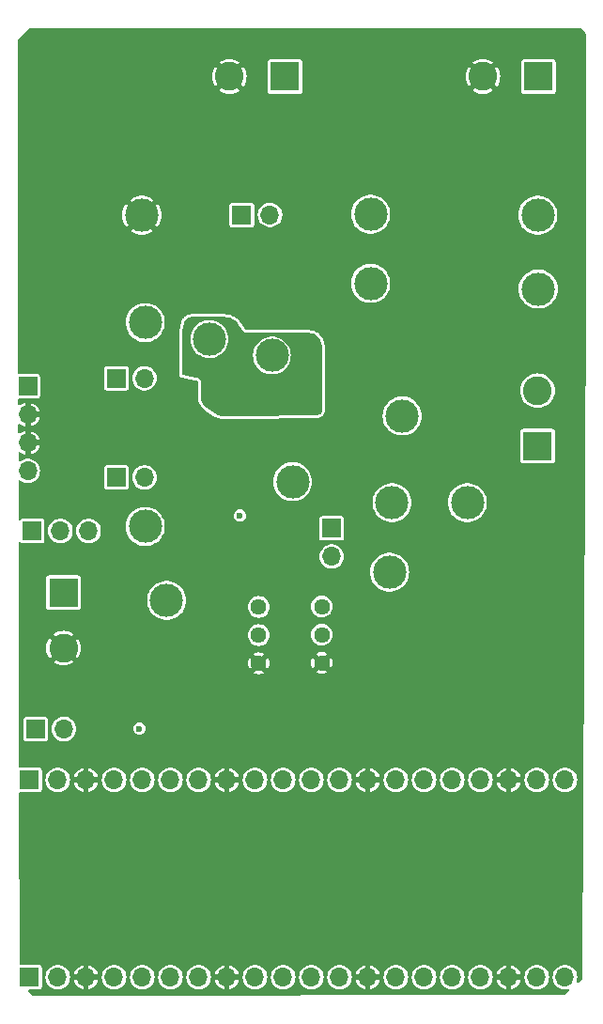
<source format=gbr>
%TF.GenerationSoftware,KiCad,Pcbnew,8.0.9-8.0.9-0~ubuntu22.04.1*%
%TF.CreationDate,2025-04-21T19:03:48+05:30*%
%TF.ProjectId,Variable Buck Converter,56617269-6162-46c6-9520-4275636b2043,rev?*%
%TF.SameCoordinates,Original*%
%TF.FileFunction,Copper,L2,Inr*%
%TF.FilePolarity,Positive*%
%FSLAX46Y46*%
G04 Gerber Fmt 4.6, Leading zero omitted, Abs format (unit mm)*
G04 Created by KiCad (PCBNEW 8.0.9-8.0.9-0~ubuntu22.04.1) date 2025-04-21 19:03:48*
%MOMM*%
%LPD*%
G01*
G04 APERTURE LIST*
%TA.AperFunction,ComponentPad*%
%ADD10C,3.000000*%
%TD*%
%TA.AperFunction,ComponentPad*%
%ADD11R,1.700000X1.700000*%
%TD*%
%TA.AperFunction,ComponentPad*%
%ADD12O,1.700000X1.700000*%
%TD*%
%TA.AperFunction,ComponentPad*%
%ADD13C,1.440000*%
%TD*%
%TA.AperFunction,ComponentPad*%
%ADD14R,2.600000X2.600000*%
%TD*%
%TA.AperFunction,ComponentPad*%
%ADD15C,2.600000*%
%TD*%
%TA.AperFunction,ViaPad*%
%ADD16C,0.600000*%
%TD*%
G04 APERTURE END LIST*
D10*
%TO.N,/Buck Converter/HS*%
%TO.C,TP3*%
X119320000Y-94420000D03*
%TD*%
%TO.N,Net-(D1-K)*%
%TO.C,TP5*%
X101940000Y-87500000D03*
%TD*%
D11*
%TO.N,/Buck Converter/EN*%
%TO.C,JP2*%
X93545000Y-91030000D03*
D12*
%TO.N,Net-(IC1-1Y)*%
X96085000Y-91030000D03*
%TD*%
D10*
%TO.N,/Buck Converter/HS*%
%TO.C,TP14*%
X118400000Y-102230000D03*
%TD*%
%TO.N,+Vin_Buck*%
%TO.C,TP10*%
X116480000Y-76240000D03*
%TD*%
D11*
%TO.N,+VIN*%
%TO.C,JP6*%
X104865000Y-76310000D03*
D12*
%TO.N,+Vin_Buck*%
X107405000Y-76310000D03*
%TD*%
D10*
%TO.N,Net-(J4-Pin_1)*%
%TO.C,TP15*%
X125200000Y-102230000D03*
%TD*%
%TO.N,Net-(C10-Pad1)*%
%TO.C,TP11*%
X116480000Y-82470000D03*
%TD*%
%TO.N,+5V*%
%TO.C,TP7*%
X118190000Y-108500000D03*
%TD*%
%TO.N,/Buck Converter/V_OUT*%
%TO.C,TP13*%
X131550000Y-76330000D03*
%TD*%
D11*
%TO.N,Net-(J7-Pin_1)*%
%TO.C,JP1*%
X86295000Y-122640000D03*
D12*
%TO.N,+5V*%
X88835000Y-122640000D03*
%TD*%
D10*
%TO.N,GND*%
%TO.C,TP4*%
X95850000Y-76340000D03*
%TD*%
D11*
%TO.N,+5V*%
%TO.C,JP5*%
X112970000Y-104560000D03*
D12*
%TO.N,Net-(IC2-DLH)*%
X112970000Y-107100000D03*
%TD*%
D13*
%TO.N,Net-(POT2-Pad1)*%
%TO.C,POT2*%
X106390000Y-111640000D03*
X106390000Y-114180000D03*
%TO.N,GND*%
X106390000Y-116720000D03*
%TD*%
D11*
%TO.N,/pwm*%
%TO.C,JP3*%
X93545000Y-99970000D03*
D12*
%TO.N,Net-(IC1-2Y)*%
X96085000Y-99970000D03*
%TD*%
D10*
%TO.N,+VIN*%
%TO.C,TP6*%
X98080000Y-111030000D03*
%TD*%
D13*
%TO.N,Net-(POT1-Pad1)*%
%TO.C,POT1*%
X112080000Y-111610000D03*
X112080000Y-114150000D03*
%TO.N,GND*%
X112080000Y-116690000D03*
%TD*%
D11*
%TO.N,unconnected-(J6-Pin_1-Pad1)*%
%TO.C,J6*%
X85730000Y-145010000D03*
D12*
%TO.N,unconnected-(J6-Pin_2-Pad2)*%
X88270000Y-145010000D03*
%TO.N,GND*%
X90810000Y-145010000D03*
%TO.N,unconnected-(J6-Pin_4-Pad4)*%
X93350000Y-145010000D03*
%TO.N,unconnected-(J6-Pin_5-Pad5)*%
X95890000Y-145010000D03*
%TO.N,unconnected-(J6-Pin_6-Pad6)*%
X98430000Y-145010000D03*
%TO.N,unconnected-(J6-Pin_7-Pad7)*%
X100970000Y-145010000D03*
%TO.N,GND*%
X103510000Y-145010000D03*
%TO.N,unconnected-(J6-Pin_9-Pad9)*%
X106050000Y-145010000D03*
%TO.N,unconnected-(J6-Pin_10-Pad10)*%
X108590000Y-145010000D03*
%TO.N,unconnected-(J6-Pin_11-Pad11)*%
X111130000Y-145010000D03*
%TO.N,unconnected-(J6-Pin_12-Pad12)*%
X113670000Y-145010000D03*
%TO.N,GND*%
X116210000Y-145010000D03*
%TO.N,unconnected-(J6-Pin_14-Pad14)*%
X118750000Y-145010000D03*
%TO.N,unconnected-(J6-Pin_15-Pad15)*%
X121290000Y-145010000D03*
%TO.N,unconnected-(J6-Pin_16-Pad16)*%
X123830000Y-145010000D03*
%TO.N,unconnected-(J6-Pin_17-Pad17)*%
X126370000Y-145010000D03*
%TO.N,GND*%
X128910000Y-145010000D03*
%TO.N,unconnected-(J6-Pin_19-Pad19)*%
X131450000Y-145010000D03*
%TO.N,unconnected-(J6-Pin_20-Pad20)*%
X133990000Y-145010000D03*
%TD*%
D14*
%TO.N,Net-(J4-Pin_1)*%
%TO.C,J4*%
X131525000Y-97140000D03*
D15*
%TO.N,Net-(J4-Pin_2)*%
X131525000Y-92140000D03*
%TD*%
D14*
%TO.N,+Vin_Buck*%
%TO.C,J3*%
X108750000Y-63830000D03*
D15*
%TO.N,GND*%
X103750000Y-63830000D03*
%TD*%
D14*
%TO.N,/Buck Converter/V_OUT*%
%TO.C,J5*%
X131595000Y-63830000D03*
D15*
%TO.N,GND*%
X126595000Y-63830000D03*
%TD*%
D10*
%TO.N,/Buck Converter/HO*%
%TO.C,TP8*%
X107580000Y-88980000D03*
%TD*%
D11*
%TO.N,Net-(J7-Pin_1)*%
%TO.C,J7*%
X85730000Y-127230000D03*
D12*
%TO.N,unconnected-(J7-Pin_2-Pad2)*%
X88270000Y-127230000D03*
%TO.N,GND*%
X90810000Y-127230000D03*
%TO.N,unconnected-(J7-Pin_4-Pad4)*%
X93350000Y-127230000D03*
%TO.N,+3V3*%
X95890000Y-127230000D03*
%TO.N,unconnected-(J7-Pin_6-Pad6)*%
X98430000Y-127230000D03*
%TO.N,/pwm*%
X100970000Y-127230000D03*
%TO.N,GND*%
X103510000Y-127230000D03*
%TO.N,Net-(J7-Pin_9)*%
X106050000Y-127230000D03*
%TO.N,unconnected-(J7-Pin_10-Pad10)*%
X108590000Y-127230000D03*
%TO.N,unconnected-(J7-Pin_11-Pad11)*%
X111130000Y-127230000D03*
%TO.N,unconnected-(J7-Pin_12-Pad12)*%
X113670000Y-127230000D03*
%TO.N,GND*%
X116210000Y-127230000D03*
%TO.N,/pwm*%
X118750000Y-127230000D03*
%TO.N,/Buck Converter/EN*%
X121290000Y-127230000D03*
%TO.N,unconnected-(J7-Pin_16-Pad16)*%
X123830000Y-127230000D03*
%TO.N,unconnected-(J7-Pin_17-Pad17)*%
X126370000Y-127230000D03*
%TO.N,GND*%
X128910000Y-127230000D03*
%TO.N,unconnected-(J7-Pin_19-Pad19)*%
X131450000Y-127230000D03*
%TO.N,unconnected-(J7-Pin_20-Pad20)*%
X133990000Y-127230000D03*
%TD*%
D10*
%TO.N,Net-(IC1-2Y)*%
%TO.C,TP2*%
X96160000Y-104390000D03*
%TD*%
%TO.N,/Buck Converter/LO*%
%TO.C,TP9*%
X109440000Y-100350000D03*
%TD*%
D14*
%TO.N,+VIN*%
%TO.C,J2*%
X88790000Y-110350000D03*
D15*
%TO.N,GND*%
X88790000Y-115350000D03*
%TD*%
D11*
%TO.N,+5V*%
%TO.C,JP4*%
X85975000Y-104790000D03*
D12*
%TO.N,Net-(IC1-VCC)*%
X88515000Y-104790000D03*
%TO.N,+3V3*%
X91055000Y-104790000D03*
%TD*%
D11*
%TO.N,/Buck Converter/EN*%
%TO.C,J1*%
X85570000Y-91760000D03*
D12*
%TO.N,GND*%
X85570000Y-94300000D03*
X85570000Y-96840000D03*
%TO.N,/pwm*%
X85570000Y-99380000D03*
%TD*%
D10*
%TO.N,Net-(IC1-1Y)*%
%TO.C,TP1*%
X96160000Y-86010000D03*
%TD*%
%TO.N,Net-(J4-Pin_2)*%
%TO.C,TP12*%
X131580000Y-82980000D03*
%TD*%
D16*
%TO.N,GND*%
X104010000Y-98530000D03*
X93610000Y-136760000D03*
X99680000Y-120550000D03*
X102050000Y-123500000D03*
X114950000Y-97770000D03*
X120510000Y-83830000D03*
X112286668Y-99220000D03*
X104740000Y-109530000D03*
X114060000Y-99220000D03*
X110860000Y-97080000D03*
X105060000Y-80560000D03*
X134590000Y-87950000D03*
X133150000Y-118380000D03*
X134870000Y-119990000D03*
X131960000Y-122820000D03*
X113173334Y-99220000D03*
X101223885Y-95201750D03*
X101640000Y-97410000D03*
X112290000Y-97770000D03*
X130510000Y-121060000D03*
X109290000Y-124850000D03*
X105090000Y-82330000D03*
X93245000Y-93680000D03*
X134580000Y-83450000D03*
X122420000Y-122400000D03*
X118180000Y-64950000D03*
X122150000Y-64840000D03*
X93370000Y-106850000D03*
X111840000Y-98470000D03*
X99590000Y-123370000D03*
X87470000Y-102720000D03*
X113176666Y-97770000D03*
X130010000Y-124460000D03*
X94020000Y-94410000D03*
X99850000Y-125240000D03*
X105120000Y-84050000D03*
X87940000Y-95810000D03*
X97750000Y-118650000D03*
X114946668Y-99220000D03*
X93350000Y-110640000D03*
X114063332Y-97770000D03*
X114483332Y-98470000D03*
X117710000Y-124430000D03*
X126830000Y-124360000D03*
X98990000Y-64270000D03*
X98930000Y-61070000D03*
X134360000Y-106100000D03*
X93370000Y-104100000D03*
X101140000Y-102680000D03*
X96200000Y-117240000D03*
X125150000Y-136600000D03*
X134540000Y-94900000D03*
X107880000Y-107830000D03*
X93340000Y-116050000D03*
X134150000Y-111140000D03*
X108780000Y-136680000D03*
X102880000Y-109540000D03*
X94910000Y-110710000D03*
X126870000Y-122400000D03*
X122420000Y-124510000D03*
X112710000Y-98470000D03*
X125160000Y-113040000D03*
X121660000Y-88270000D03*
X109590000Y-97380000D03*
X98000000Y-121880000D03*
X121620000Y-86160000D03*
X95170000Y-115850000D03*
X115370000Y-98470000D03*
X113500000Y-124320000D03*
X87990000Y-96870000D03*
X117790000Y-122290000D03*
X101210000Y-122090000D03*
X95240000Y-106830000D03*
X94720000Y-118480000D03*
X134250000Y-102050000D03*
X122040000Y-70580000D03*
X102110000Y-125280000D03*
X87910000Y-94780000D03*
X96400000Y-120120000D03*
X102140000Y-101900000D03*
X113390000Y-122360000D03*
X104410000Y-95780000D03*
X104390000Y-95110000D03*
X134540000Y-80120000D03*
X134110000Y-115090000D03*
X98960000Y-68030000D03*
X115780000Y-113180000D03*
X108510000Y-97130000D03*
X97360000Y-101800000D03*
X113596666Y-98470000D03*
X109290000Y-122020000D03*
X85680000Y-102820000D03*
X107030000Y-97270000D03*
X93370000Y-105450000D03*
X90700000Y-95580000D03*
X99260000Y-116530000D03*
X122790000Y-105340000D03*
X94870000Y-102690000D03*
X105200000Y-85790000D03*
X121930000Y-76320000D03*
%TO.N,/Buck Converter/HS*%
X111500000Y-94030000D03*
X110240000Y-87860000D03*
X104410000Y-94055000D03*
X110930000Y-90780000D03*
X109430000Y-91160000D03*
X102290000Y-92690000D03*
X103940000Y-92050000D03*
X108980000Y-94040000D03*
X106340000Y-91460000D03*
%TO.N,+5V*%
X95615000Y-122615000D03*
X104680000Y-103407500D03*
%TD*%
%TA.AperFunction,Conductor*%
%TO.N,/Buck Converter/HS*%
G36*
X103296325Y-85510297D02*
G01*
X103543591Y-85530594D01*
X103557946Y-85532967D01*
X103795036Y-85592421D01*
X103808818Y-85597104D01*
X104033052Y-85694429D01*
X104045875Y-85701293D01*
X104251228Y-85833875D01*
X104262762Y-85842737D01*
X104443756Y-86007038D01*
X104453694Y-86017668D01*
X104610000Y-86215000D01*
X105080000Y-86920000D01*
X105927291Y-86923971D01*
X105927295Y-86923972D01*
X108655481Y-86936760D01*
X110917824Y-86947364D01*
X110926101Y-86947789D01*
X111119162Y-86966775D01*
X111135441Y-86969929D01*
X111317621Y-87023242D01*
X111333031Y-87029363D01*
X111502136Y-87115554D01*
X111516146Y-87124429D01*
X111666325Y-87240512D01*
X111678447Y-87251837D01*
X111804891Y-87394246D01*
X111814043Y-87406541D01*
X111947919Y-87623118D01*
X111954346Y-87635627D01*
X112052685Y-87871190D01*
X112057060Y-87884557D01*
X112117058Y-88132651D01*
X112119274Y-88146539D01*
X112139722Y-88404524D01*
X112140000Y-88411556D01*
X112140000Y-93764100D01*
X112139467Y-93773827D01*
X112125580Y-93900126D01*
X112121353Y-93919116D01*
X112081939Y-94034735D01*
X112073687Y-94052352D01*
X112011042Y-94155089D01*
X111996617Y-94173028D01*
X111915933Y-94250311D01*
X111894213Y-94265622D01*
X111795943Y-94314820D01*
X111770670Y-94323035D01*
X111655598Y-94342131D01*
X111642327Y-94343323D01*
X104741865Y-94444060D01*
X103664646Y-94459785D01*
X103664439Y-94459788D01*
X103663163Y-94459802D01*
X103650219Y-94459944D01*
X103649573Y-94459948D01*
X103636000Y-94459997D01*
X103635658Y-94459999D01*
X103635354Y-94460000D01*
X103228362Y-94460000D01*
X103221653Y-94459747D01*
X103026480Y-94444993D01*
X103013215Y-94442976D01*
X102825766Y-94399807D01*
X102812955Y-94395819D01*
X102634122Y-94324960D01*
X102622056Y-94319091D01*
X102614736Y-94314820D01*
X102452989Y-94220449D01*
X102447337Y-94216859D01*
X101703977Y-93704357D01*
X101697150Y-93699145D01*
X101532708Y-93560546D01*
X101520696Y-93548252D01*
X101388672Y-93383995D01*
X101379248Y-93369620D01*
X101281266Y-93183056D01*
X101274780Y-93167137D01*
X101214488Y-92965209D01*
X101211184Y-92948341D01*
X101190416Y-92734287D01*
X101190000Y-92725692D01*
X101190000Y-92120993D01*
X101190029Y-92110200D01*
X101190030Y-92109915D01*
X101190121Y-92099012D01*
X101198065Y-91376129D01*
X101198064Y-91376126D01*
X101200000Y-91200000D01*
X100910000Y-91000000D01*
X100736568Y-90969249D01*
X100736566Y-90969249D01*
X100736556Y-90969247D01*
X99880678Y-90817496D01*
X99563815Y-90761314D01*
X99511122Y-90730825D01*
X99490354Y-90673598D01*
X99490355Y-90673270D01*
X99492022Y-90313229D01*
X99505046Y-87499998D01*
X100234732Y-87499998D01*
X100234732Y-87500001D01*
X100253778Y-87754158D01*
X100310490Y-88002631D01*
X100310490Y-88002632D01*
X100310492Y-88002637D01*
X100403607Y-88239888D01*
X100440838Y-88304374D01*
X100531034Y-88460601D01*
X100531037Y-88460605D01*
X100531041Y-88460612D01*
X100544400Y-88477363D01*
X100689950Y-88659877D01*
X100876780Y-88833229D01*
X100876787Y-88833235D01*
X101087362Y-88976803D01*
X101087365Y-88976804D01*
X101087366Y-88976805D01*
X101316996Y-89087389D01*
X101503588Y-89144945D01*
X101560538Y-89162512D01*
X101560540Y-89162512D01*
X101560542Y-89162513D01*
X101560543Y-89162513D01*
X101560547Y-89162514D01*
X101604987Y-89169212D01*
X101812565Y-89200500D01*
X101812568Y-89200500D01*
X102067432Y-89200500D01*
X102067435Y-89200500D01*
X102302201Y-89165114D01*
X102319452Y-89162514D01*
X102319453Y-89162513D01*
X102319458Y-89162513D01*
X102563004Y-89087389D01*
X102786004Y-88979998D01*
X105874732Y-88979998D01*
X105874732Y-88980001D01*
X105893778Y-89234158D01*
X105950490Y-89482631D01*
X105950490Y-89482632D01*
X105950492Y-89482637D01*
X106043607Y-89719888D01*
X106043609Y-89719891D01*
X106171034Y-89940601D01*
X106171037Y-89940605D01*
X106171041Y-89940612D01*
X106329950Y-90139877D01*
X106516780Y-90313229D01*
X106516787Y-90313235D01*
X106727362Y-90456803D01*
X106727365Y-90456804D01*
X106727366Y-90456805D01*
X106956996Y-90567389D01*
X107143588Y-90624945D01*
X107200538Y-90642512D01*
X107200540Y-90642512D01*
X107200542Y-90642513D01*
X107200543Y-90642513D01*
X107200547Y-90642514D01*
X107244987Y-90649212D01*
X107452565Y-90680500D01*
X107452568Y-90680500D01*
X107707432Y-90680500D01*
X107707435Y-90680500D01*
X107942201Y-90645114D01*
X107959452Y-90642514D01*
X107959453Y-90642513D01*
X107959458Y-90642513D01*
X108203004Y-90567389D01*
X108432634Y-90456805D01*
X108643217Y-90313232D01*
X108830050Y-90139877D01*
X108988959Y-89940612D01*
X109116393Y-89719888D01*
X109209508Y-89482637D01*
X109266222Y-89234157D01*
X109285268Y-88980000D01*
X109285028Y-88976803D01*
X109282413Y-88941906D01*
X109266222Y-88725843D01*
X109209508Y-88477363D01*
X109116393Y-88240112D01*
X108988959Y-88019388D01*
X108830050Y-87820123D01*
X108643217Y-87646768D01*
X108643215Y-87646766D01*
X108643212Y-87646764D01*
X108432637Y-87503196D01*
X108203007Y-87392612D01*
X107959461Y-87317487D01*
X107959452Y-87317485D01*
X107761812Y-87287696D01*
X107707435Y-87279500D01*
X107452565Y-87279500D01*
X107425376Y-87283598D01*
X107200547Y-87317485D01*
X107200538Y-87317487D01*
X106956992Y-87392612D01*
X106727362Y-87503196D01*
X106516787Y-87646764D01*
X106516780Y-87646770D01*
X106329950Y-87820122D01*
X106171044Y-88019384D01*
X106171034Y-88019398D01*
X106043609Y-88240108D01*
X105950490Y-88477367D01*
X105950490Y-88477368D01*
X105893778Y-88725841D01*
X105874732Y-88979998D01*
X102786004Y-88979998D01*
X102792634Y-88976805D01*
X103003217Y-88833232D01*
X103190050Y-88659877D01*
X103348959Y-88460612D01*
X103476393Y-88239888D01*
X103569508Y-88002637D01*
X103626222Y-87754157D01*
X103643840Y-87519047D01*
X103645268Y-87500001D01*
X103645268Y-87499998D01*
X103637343Y-87394246D01*
X103626222Y-87245843D01*
X103569508Y-86997363D01*
X103476393Y-86760112D01*
X103348959Y-86539388D01*
X103190050Y-86340123D01*
X103003217Y-86166768D01*
X103003215Y-86166766D01*
X103003212Y-86166764D01*
X102792637Y-86023196D01*
X102563007Y-85912612D01*
X102319461Y-85837487D01*
X102319452Y-85837485D01*
X102121812Y-85807696D01*
X102067435Y-85799500D01*
X101812565Y-85799500D01*
X101785376Y-85803598D01*
X101560547Y-85837485D01*
X101560538Y-85837487D01*
X101316992Y-85912612D01*
X101087362Y-86023196D01*
X100876787Y-86166764D01*
X100876780Y-86166770D01*
X100689950Y-86340122D01*
X100531044Y-86539384D01*
X100531034Y-86539398D01*
X100403609Y-86760108D01*
X100310490Y-86997367D01*
X100310490Y-86997368D01*
X100253778Y-87245841D01*
X100234732Y-87499998D01*
X99505046Y-87499998D01*
X99508394Y-86776842D01*
X99508749Y-86769316D01*
X99538091Y-86442616D01*
X99540713Y-86427747D01*
X99624865Y-86110717D01*
X99627105Y-86103523D01*
X99659955Y-86011945D01*
X99673160Y-85975128D01*
X99677459Y-85965123D01*
X99746565Y-85828076D01*
X99758670Y-85809982D01*
X99855391Y-85697981D01*
X99871527Y-85683371D01*
X99992550Y-85598209D01*
X100011742Y-85587957D01*
X100149824Y-85534731D01*
X100170943Y-85529444D01*
X100287847Y-85515034D01*
X100323278Y-85510668D01*
X100334165Y-85510000D01*
X103289045Y-85510000D01*
X103296325Y-85510297D01*
G37*
%TD.AperFunction*%
%TD*%
%TA.AperFunction,Conductor*%
%TO.N,GND*%
G36*
X135493537Y-59459407D02*
G01*
X135514044Y-59479437D01*
X135849200Y-59918607D01*
X135869473Y-59976336D01*
X135869500Y-59978667D01*
X135869500Y-84192930D01*
X135869499Y-84193384D01*
X135590205Y-145115096D01*
X135571031Y-145173199D01*
X135556078Y-145189425D01*
X135184703Y-145511582D01*
X135128357Y-145535431D01*
X135068754Y-145521606D01*
X135028661Y-145475387D01*
X135023391Y-145414429D01*
X135024599Y-145409747D01*
X135080345Y-145213821D01*
X135099232Y-145010000D01*
X135080345Y-144806179D01*
X135024328Y-144609299D01*
X134933088Y-144426065D01*
X134809732Y-144262715D01*
X134658462Y-144124814D01*
X134506006Y-144030417D01*
X134484432Y-144017059D01*
X134484427Y-144017056D01*
X134379776Y-143976514D01*
X134293556Y-143943112D01*
X134293555Y-143943111D01*
X134293553Y-143943111D01*
X134092347Y-143905500D01*
X133887653Y-143905500D01*
X133686446Y-143943111D01*
X133495572Y-144017056D01*
X133495567Y-144017059D01*
X133321542Y-144124811D01*
X133321540Y-144124812D01*
X133321538Y-144124814D01*
X133310435Y-144134936D01*
X133170269Y-144262714D01*
X133046913Y-144426063D01*
X133046908Y-144426072D01*
X132955672Y-144609298D01*
X132899655Y-144806177D01*
X132886868Y-144944174D01*
X132880768Y-145010000D01*
X132899655Y-145213821D01*
X132955672Y-145410701D01*
X133046912Y-145593935D01*
X133170268Y-145757285D01*
X133321538Y-145895186D01*
X133495573Y-146002944D01*
X133686444Y-146076888D01*
X133887653Y-146114500D01*
X134092347Y-146114500D01*
X134240049Y-146086890D01*
X134300723Y-146094783D01*
X134345170Y-146136832D01*
X134356413Y-146196975D01*
X134330157Y-146252241D01*
X134323121Y-146258979D01*
X134090951Y-146460379D01*
X133957801Y-146575883D01*
X133901455Y-146599731D01*
X133893198Y-146600099D01*
X86094154Y-146729880D01*
X86035912Y-146711130D01*
X86020408Y-146697229D01*
X85643520Y-146279848D01*
X85618554Y-146223987D01*
X85631190Y-146164121D01*
X85676601Y-146123115D01*
X85716994Y-146114499D01*
X86605066Y-146114499D01*
X86679301Y-146099734D01*
X86763484Y-146043484D01*
X86819734Y-145959301D01*
X86834500Y-145885067D01*
X86834499Y-145010000D01*
X87160768Y-145010000D01*
X87179655Y-145213821D01*
X87235672Y-145410701D01*
X87326912Y-145593935D01*
X87450268Y-145757285D01*
X87601538Y-145895186D01*
X87775573Y-146002944D01*
X87966444Y-146076888D01*
X88167653Y-146114500D01*
X88372347Y-146114500D01*
X88573556Y-146076888D01*
X88764427Y-146002944D01*
X88938462Y-145895186D01*
X89089732Y-145757285D01*
X89213088Y-145593935D01*
X89304328Y-145410701D01*
X89360345Y-145213821D01*
X89379232Y-145010000D01*
X89360345Y-144806179D01*
X89347206Y-144760000D01*
X89733314Y-144760000D01*
X90376988Y-144760000D01*
X90344075Y-144817007D01*
X90310000Y-144944174D01*
X90310000Y-145075826D01*
X90344075Y-145202993D01*
X90376988Y-145260000D01*
X89733314Y-145260000D01*
X89776141Y-145410521D01*
X89867335Y-145593663D01*
X89867340Y-145593672D01*
X89990640Y-145756947D01*
X90141843Y-145894787D01*
X90315794Y-146002492D01*
X90315796Y-146002493D01*
X90506584Y-146076405D01*
X90559999Y-146086390D01*
X90560000Y-146086390D01*
X90560000Y-145443012D01*
X90617007Y-145475925D01*
X90744174Y-145510000D01*
X90875826Y-145510000D01*
X91002993Y-145475925D01*
X91060000Y-145443012D01*
X91060000Y-146086390D01*
X91113415Y-146076405D01*
X91304203Y-146002493D01*
X91304205Y-146002492D01*
X91478156Y-145894787D01*
X91629359Y-145756947D01*
X91752659Y-145593672D01*
X91752664Y-145593663D01*
X91843858Y-145410521D01*
X91886686Y-145260000D01*
X91243012Y-145260000D01*
X91275925Y-145202993D01*
X91310000Y-145075826D01*
X91310000Y-145010000D01*
X92240768Y-145010000D01*
X92259655Y-145213821D01*
X92315672Y-145410701D01*
X92406912Y-145593935D01*
X92530268Y-145757285D01*
X92681538Y-145895186D01*
X92855573Y-146002944D01*
X93046444Y-146076888D01*
X93247653Y-146114500D01*
X93452347Y-146114500D01*
X93653556Y-146076888D01*
X93844427Y-146002944D01*
X94018462Y-145895186D01*
X94169732Y-145757285D01*
X94293088Y-145593935D01*
X94384328Y-145410701D01*
X94440345Y-145213821D01*
X94459232Y-145010000D01*
X94780768Y-145010000D01*
X94799655Y-145213821D01*
X94855672Y-145410701D01*
X94946912Y-145593935D01*
X95070268Y-145757285D01*
X95221538Y-145895186D01*
X95395573Y-146002944D01*
X95586444Y-146076888D01*
X95787653Y-146114500D01*
X95992347Y-146114500D01*
X96193556Y-146076888D01*
X96384427Y-146002944D01*
X96558462Y-145895186D01*
X96709732Y-145757285D01*
X96833088Y-145593935D01*
X96924328Y-145410701D01*
X96980345Y-145213821D01*
X96999232Y-145010000D01*
X97320768Y-145010000D01*
X97339655Y-145213821D01*
X97395672Y-145410701D01*
X97486912Y-145593935D01*
X97610268Y-145757285D01*
X97761538Y-145895186D01*
X97935573Y-146002944D01*
X98126444Y-146076888D01*
X98327653Y-146114500D01*
X98532347Y-146114500D01*
X98733556Y-146076888D01*
X98924427Y-146002944D01*
X99098462Y-145895186D01*
X99249732Y-145757285D01*
X99373088Y-145593935D01*
X99464328Y-145410701D01*
X99520345Y-145213821D01*
X99539232Y-145010000D01*
X99860768Y-145010000D01*
X99879655Y-145213821D01*
X99935672Y-145410701D01*
X100026912Y-145593935D01*
X100150268Y-145757285D01*
X100301538Y-145895186D01*
X100475573Y-146002944D01*
X100666444Y-146076888D01*
X100867653Y-146114500D01*
X101072347Y-146114500D01*
X101273556Y-146076888D01*
X101464427Y-146002944D01*
X101638462Y-145895186D01*
X101789732Y-145757285D01*
X101913088Y-145593935D01*
X102004328Y-145410701D01*
X102060345Y-145213821D01*
X102079232Y-145010000D01*
X102060345Y-144806179D01*
X102047206Y-144760000D01*
X102433314Y-144760000D01*
X103076988Y-144760000D01*
X103044075Y-144817007D01*
X103010000Y-144944174D01*
X103010000Y-145075826D01*
X103044075Y-145202993D01*
X103076988Y-145260000D01*
X102433314Y-145260000D01*
X102476141Y-145410521D01*
X102567335Y-145593663D01*
X102567340Y-145593672D01*
X102690640Y-145756947D01*
X102841843Y-145894787D01*
X103015794Y-146002492D01*
X103015796Y-146002493D01*
X103206584Y-146076405D01*
X103260000Y-146086390D01*
X103260000Y-145443012D01*
X103317007Y-145475925D01*
X103444174Y-145510000D01*
X103575826Y-145510000D01*
X103702993Y-145475925D01*
X103760000Y-145443012D01*
X103760000Y-146086390D01*
X103813415Y-146076405D01*
X104004203Y-146002493D01*
X104004205Y-146002492D01*
X104178156Y-145894787D01*
X104329359Y-145756947D01*
X104452659Y-145593672D01*
X104452664Y-145593663D01*
X104543858Y-145410521D01*
X104586686Y-145260000D01*
X103943012Y-145260000D01*
X103975925Y-145202993D01*
X104010000Y-145075826D01*
X104010000Y-145010000D01*
X104940768Y-145010000D01*
X104959655Y-145213821D01*
X105015672Y-145410701D01*
X105106912Y-145593935D01*
X105230268Y-145757285D01*
X105381538Y-145895186D01*
X105555573Y-146002944D01*
X105746444Y-146076888D01*
X105947653Y-146114500D01*
X106152347Y-146114500D01*
X106353556Y-146076888D01*
X106544427Y-146002944D01*
X106718462Y-145895186D01*
X106869732Y-145757285D01*
X106993088Y-145593935D01*
X107084328Y-145410701D01*
X107140345Y-145213821D01*
X107159232Y-145010000D01*
X107480768Y-145010000D01*
X107499655Y-145213821D01*
X107555672Y-145410701D01*
X107646912Y-145593935D01*
X107770268Y-145757285D01*
X107921538Y-145895186D01*
X108095573Y-146002944D01*
X108286444Y-146076888D01*
X108487653Y-146114500D01*
X108692347Y-146114500D01*
X108893556Y-146076888D01*
X109084427Y-146002944D01*
X109258462Y-145895186D01*
X109409732Y-145757285D01*
X109533088Y-145593935D01*
X109624328Y-145410701D01*
X109680345Y-145213821D01*
X109699232Y-145010000D01*
X110020768Y-145010000D01*
X110039655Y-145213821D01*
X110095672Y-145410701D01*
X110186912Y-145593935D01*
X110310268Y-145757285D01*
X110461538Y-145895186D01*
X110635573Y-146002944D01*
X110826444Y-146076888D01*
X111027653Y-146114500D01*
X111232347Y-146114500D01*
X111433556Y-146076888D01*
X111624427Y-146002944D01*
X111798462Y-145895186D01*
X111949732Y-145757285D01*
X112073088Y-145593935D01*
X112164328Y-145410701D01*
X112220345Y-145213821D01*
X112239232Y-145010000D01*
X112560768Y-145010000D01*
X112579655Y-145213821D01*
X112635672Y-145410701D01*
X112726912Y-145593935D01*
X112850268Y-145757285D01*
X113001538Y-145895186D01*
X113175573Y-146002944D01*
X113366444Y-146076888D01*
X113567653Y-146114500D01*
X113772347Y-146114500D01*
X113973556Y-146076888D01*
X114164427Y-146002944D01*
X114338462Y-145895186D01*
X114489732Y-145757285D01*
X114613088Y-145593935D01*
X114704328Y-145410701D01*
X114760345Y-145213821D01*
X114779232Y-145010000D01*
X114760345Y-144806179D01*
X114747206Y-144760000D01*
X115133314Y-144760000D01*
X115776988Y-144760000D01*
X115744075Y-144817007D01*
X115710000Y-144944174D01*
X115710000Y-145075826D01*
X115744075Y-145202993D01*
X115776988Y-145260000D01*
X115133314Y-145260000D01*
X115176141Y-145410521D01*
X115267335Y-145593663D01*
X115267340Y-145593672D01*
X115390640Y-145756947D01*
X115541843Y-145894787D01*
X115715794Y-146002492D01*
X115715796Y-146002493D01*
X115906584Y-146076405D01*
X115959999Y-146086390D01*
X115960000Y-146086390D01*
X115960000Y-145443012D01*
X116017007Y-145475925D01*
X116144174Y-145510000D01*
X116275826Y-145510000D01*
X116402993Y-145475925D01*
X116460000Y-145443012D01*
X116460000Y-146086390D01*
X116513415Y-146076405D01*
X116704203Y-146002493D01*
X116704205Y-146002492D01*
X116878156Y-145894787D01*
X117029359Y-145756947D01*
X117152659Y-145593672D01*
X117152664Y-145593663D01*
X117243858Y-145410521D01*
X117286686Y-145260000D01*
X116643012Y-145260000D01*
X116675925Y-145202993D01*
X116710000Y-145075826D01*
X116710000Y-145010000D01*
X117640768Y-145010000D01*
X117659655Y-145213821D01*
X117715672Y-145410701D01*
X117806912Y-145593935D01*
X117930268Y-145757285D01*
X118081538Y-145895186D01*
X118255573Y-146002944D01*
X118446444Y-146076888D01*
X118647653Y-146114500D01*
X118852347Y-146114500D01*
X119053556Y-146076888D01*
X119244427Y-146002944D01*
X119418462Y-145895186D01*
X119569732Y-145757285D01*
X119693088Y-145593935D01*
X119784328Y-145410701D01*
X119840345Y-145213821D01*
X119859232Y-145010000D01*
X120180768Y-145010000D01*
X120199655Y-145213821D01*
X120255672Y-145410701D01*
X120346912Y-145593935D01*
X120470268Y-145757285D01*
X120621538Y-145895186D01*
X120795573Y-146002944D01*
X120986444Y-146076888D01*
X121187653Y-146114500D01*
X121392347Y-146114500D01*
X121593556Y-146076888D01*
X121784427Y-146002944D01*
X121958462Y-145895186D01*
X122109732Y-145757285D01*
X122233088Y-145593935D01*
X122324328Y-145410701D01*
X122380345Y-145213821D01*
X122399232Y-145010000D01*
X122720768Y-145010000D01*
X122739655Y-145213821D01*
X122795672Y-145410701D01*
X122886912Y-145593935D01*
X123010268Y-145757285D01*
X123161538Y-145895186D01*
X123335573Y-146002944D01*
X123526444Y-146076888D01*
X123727653Y-146114500D01*
X123932347Y-146114500D01*
X124133556Y-146076888D01*
X124324427Y-146002944D01*
X124498462Y-145895186D01*
X124649732Y-145757285D01*
X124773088Y-145593935D01*
X124864328Y-145410701D01*
X124920345Y-145213821D01*
X124939232Y-145010000D01*
X125260768Y-145010000D01*
X125279655Y-145213821D01*
X125335672Y-145410701D01*
X125426912Y-145593935D01*
X125550268Y-145757285D01*
X125701538Y-145895186D01*
X125875573Y-146002944D01*
X126066444Y-146076888D01*
X126267653Y-146114500D01*
X126472347Y-146114500D01*
X126673556Y-146076888D01*
X126864427Y-146002944D01*
X127038462Y-145895186D01*
X127189732Y-145757285D01*
X127313088Y-145593935D01*
X127404328Y-145410701D01*
X127460345Y-145213821D01*
X127479232Y-145010000D01*
X127460345Y-144806179D01*
X127447206Y-144760000D01*
X127833314Y-144760000D01*
X128476988Y-144760000D01*
X128444075Y-144817007D01*
X128410000Y-144944174D01*
X128410000Y-145075826D01*
X128444075Y-145202993D01*
X128476988Y-145260000D01*
X127833314Y-145260000D01*
X127876141Y-145410521D01*
X127967335Y-145593663D01*
X127967340Y-145593672D01*
X128090640Y-145756947D01*
X128241843Y-145894787D01*
X128415794Y-146002492D01*
X128415796Y-146002493D01*
X128606584Y-146076405D01*
X128659999Y-146086390D01*
X128660000Y-146086390D01*
X128660000Y-145443012D01*
X128717007Y-145475925D01*
X128844174Y-145510000D01*
X128975826Y-145510000D01*
X129102993Y-145475925D01*
X129160000Y-145443012D01*
X129160000Y-146086390D01*
X129213415Y-146076405D01*
X129404203Y-146002493D01*
X129404205Y-146002492D01*
X129578156Y-145894787D01*
X129729359Y-145756947D01*
X129852659Y-145593672D01*
X129852664Y-145593663D01*
X129943858Y-145410521D01*
X129986686Y-145260000D01*
X129343012Y-145260000D01*
X129375925Y-145202993D01*
X129410000Y-145075826D01*
X129410000Y-145010000D01*
X130340768Y-145010000D01*
X130359655Y-145213821D01*
X130415672Y-145410701D01*
X130506912Y-145593935D01*
X130630268Y-145757285D01*
X130781538Y-145895186D01*
X130955573Y-146002944D01*
X131146444Y-146076888D01*
X131347653Y-146114500D01*
X131552347Y-146114500D01*
X131753556Y-146076888D01*
X131944427Y-146002944D01*
X132118462Y-145895186D01*
X132269732Y-145757285D01*
X132393088Y-145593935D01*
X132484328Y-145410701D01*
X132540345Y-145213821D01*
X132559232Y-145010000D01*
X132540345Y-144806179D01*
X132484328Y-144609299D01*
X132393088Y-144426065D01*
X132269732Y-144262715D01*
X132118462Y-144124814D01*
X131966006Y-144030417D01*
X131944432Y-144017059D01*
X131944427Y-144017056D01*
X131839776Y-143976514D01*
X131753556Y-143943112D01*
X131753555Y-143943111D01*
X131753553Y-143943111D01*
X131552347Y-143905500D01*
X131347653Y-143905500D01*
X131146446Y-143943111D01*
X130955572Y-144017056D01*
X130955567Y-144017059D01*
X130781542Y-144124811D01*
X130781540Y-144124812D01*
X130781538Y-144124814D01*
X130770435Y-144134936D01*
X130630269Y-144262714D01*
X130506913Y-144426063D01*
X130506908Y-144426072D01*
X130415672Y-144609298D01*
X130359655Y-144806177D01*
X130346868Y-144944174D01*
X130340768Y-145010000D01*
X129410000Y-145010000D01*
X129410000Y-144944174D01*
X129375925Y-144817007D01*
X129343012Y-144760000D01*
X129986686Y-144760000D01*
X129943858Y-144609478D01*
X129852664Y-144426336D01*
X129852659Y-144426327D01*
X129729359Y-144263052D01*
X129578156Y-144125212D01*
X129404205Y-144017507D01*
X129404203Y-144017506D01*
X129213418Y-143943595D01*
X129213412Y-143943593D01*
X129160000Y-143933609D01*
X129160000Y-144576988D01*
X129102993Y-144544075D01*
X128975826Y-144510000D01*
X128844174Y-144510000D01*
X128717007Y-144544075D01*
X128660000Y-144576988D01*
X128660000Y-143933609D01*
X128659999Y-143933609D01*
X128606587Y-143943593D01*
X128606581Y-143943595D01*
X128415796Y-144017506D01*
X128415794Y-144017507D01*
X128241843Y-144125212D01*
X128090640Y-144263052D01*
X127967340Y-144426327D01*
X127967335Y-144426336D01*
X127876141Y-144609478D01*
X127833314Y-144760000D01*
X127447206Y-144760000D01*
X127404328Y-144609299D01*
X127313088Y-144426065D01*
X127189732Y-144262715D01*
X127038462Y-144124814D01*
X126886006Y-144030417D01*
X126864432Y-144017059D01*
X126864427Y-144017056D01*
X126759776Y-143976514D01*
X126673556Y-143943112D01*
X126673555Y-143943111D01*
X126673553Y-143943111D01*
X126472347Y-143905500D01*
X126267653Y-143905500D01*
X126066446Y-143943111D01*
X125875572Y-144017056D01*
X125875567Y-144017059D01*
X125701542Y-144124811D01*
X125701540Y-144124812D01*
X125701538Y-144124814D01*
X125690435Y-144134936D01*
X125550269Y-144262714D01*
X125426913Y-144426063D01*
X125426908Y-144426072D01*
X125335672Y-144609298D01*
X125279655Y-144806177D01*
X125266868Y-144944174D01*
X125260768Y-145010000D01*
X124939232Y-145010000D01*
X124920345Y-144806179D01*
X124864328Y-144609299D01*
X124773088Y-144426065D01*
X124649732Y-144262715D01*
X124498462Y-144124814D01*
X124346006Y-144030417D01*
X124324432Y-144017059D01*
X124324427Y-144017056D01*
X124219776Y-143976514D01*
X124133556Y-143943112D01*
X124133555Y-143943111D01*
X124133553Y-143943111D01*
X123932347Y-143905500D01*
X123727653Y-143905500D01*
X123526446Y-143943111D01*
X123335572Y-144017056D01*
X123335567Y-144017059D01*
X123161542Y-144124811D01*
X123161540Y-144124812D01*
X123161538Y-144124814D01*
X123150435Y-144134936D01*
X123010269Y-144262714D01*
X122886913Y-144426063D01*
X122886908Y-144426072D01*
X122795672Y-144609298D01*
X122739655Y-144806177D01*
X122726868Y-144944174D01*
X122720768Y-145010000D01*
X122399232Y-145010000D01*
X122380345Y-144806179D01*
X122324328Y-144609299D01*
X122233088Y-144426065D01*
X122109732Y-144262715D01*
X121958462Y-144124814D01*
X121806006Y-144030417D01*
X121784432Y-144017059D01*
X121784427Y-144017056D01*
X121679776Y-143976514D01*
X121593556Y-143943112D01*
X121593555Y-143943111D01*
X121593553Y-143943111D01*
X121392347Y-143905500D01*
X121187653Y-143905500D01*
X120986446Y-143943111D01*
X120795572Y-144017056D01*
X120795567Y-144017059D01*
X120621542Y-144124811D01*
X120621540Y-144124812D01*
X120621538Y-144124814D01*
X120610435Y-144134936D01*
X120470269Y-144262714D01*
X120346913Y-144426063D01*
X120346908Y-144426072D01*
X120255672Y-144609298D01*
X120199655Y-144806177D01*
X120186868Y-144944174D01*
X120180768Y-145010000D01*
X119859232Y-145010000D01*
X119840345Y-144806179D01*
X119784328Y-144609299D01*
X119693088Y-144426065D01*
X119569732Y-144262715D01*
X119418462Y-144124814D01*
X119266006Y-144030417D01*
X119244432Y-144017059D01*
X119244427Y-144017056D01*
X119139776Y-143976514D01*
X119053556Y-143943112D01*
X119053555Y-143943111D01*
X119053553Y-143943111D01*
X118852347Y-143905500D01*
X118647653Y-143905500D01*
X118446446Y-143943111D01*
X118255572Y-144017056D01*
X118255567Y-144017059D01*
X118081542Y-144124811D01*
X118081540Y-144124812D01*
X118081538Y-144124814D01*
X118070435Y-144134936D01*
X117930269Y-144262714D01*
X117806913Y-144426063D01*
X117806908Y-144426072D01*
X117715672Y-144609298D01*
X117659655Y-144806177D01*
X117646868Y-144944174D01*
X117640768Y-145010000D01*
X116710000Y-145010000D01*
X116710000Y-144944174D01*
X116675925Y-144817007D01*
X116643012Y-144760000D01*
X117286686Y-144760000D01*
X117243858Y-144609478D01*
X117152664Y-144426336D01*
X117152659Y-144426327D01*
X117029359Y-144263052D01*
X116878156Y-144125212D01*
X116704205Y-144017507D01*
X116704203Y-144017506D01*
X116513418Y-143943595D01*
X116513412Y-143943593D01*
X116460000Y-143933609D01*
X116460000Y-144576988D01*
X116402993Y-144544075D01*
X116275826Y-144510000D01*
X116144174Y-144510000D01*
X116017007Y-144544075D01*
X115960000Y-144576988D01*
X115960000Y-143933609D01*
X115959999Y-143933609D01*
X115906587Y-143943593D01*
X115906581Y-143943595D01*
X115715796Y-144017506D01*
X115715794Y-144017507D01*
X115541843Y-144125212D01*
X115390640Y-144263052D01*
X115267340Y-144426327D01*
X115267335Y-144426336D01*
X115176141Y-144609478D01*
X115133314Y-144760000D01*
X114747206Y-144760000D01*
X114704328Y-144609299D01*
X114613088Y-144426065D01*
X114489732Y-144262715D01*
X114338462Y-144124814D01*
X114186006Y-144030417D01*
X114164432Y-144017059D01*
X114164427Y-144017056D01*
X114059776Y-143976514D01*
X113973556Y-143943112D01*
X113973555Y-143943111D01*
X113973553Y-143943111D01*
X113772347Y-143905500D01*
X113567653Y-143905500D01*
X113366446Y-143943111D01*
X113175572Y-144017056D01*
X113175567Y-144017059D01*
X113001542Y-144124811D01*
X113001540Y-144124812D01*
X113001538Y-144124814D01*
X112990435Y-144134936D01*
X112850269Y-144262714D01*
X112726913Y-144426063D01*
X112726908Y-144426072D01*
X112635672Y-144609298D01*
X112579655Y-144806177D01*
X112566868Y-144944174D01*
X112560768Y-145010000D01*
X112239232Y-145010000D01*
X112220345Y-144806179D01*
X112164328Y-144609299D01*
X112073088Y-144426065D01*
X111949732Y-144262715D01*
X111798462Y-144124814D01*
X111646006Y-144030417D01*
X111624432Y-144017059D01*
X111624427Y-144017056D01*
X111519776Y-143976514D01*
X111433556Y-143943112D01*
X111433555Y-143943111D01*
X111433553Y-143943111D01*
X111232347Y-143905500D01*
X111027653Y-143905500D01*
X110826446Y-143943111D01*
X110635572Y-144017056D01*
X110635567Y-144017059D01*
X110461542Y-144124811D01*
X110461540Y-144124812D01*
X110461538Y-144124814D01*
X110450435Y-144134936D01*
X110310269Y-144262714D01*
X110186913Y-144426063D01*
X110186908Y-144426072D01*
X110095672Y-144609298D01*
X110039655Y-144806177D01*
X110026868Y-144944174D01*
X110020768Y-145010000D01*
X109699232Y-145010000D01*
X109680345Y-144806179D01*
X109624328Y-144609299D01*
X109533088Y-144426065D01*
X109409732Y-144262715D01*
X109258462Y-144124814D01*
X109106006Y-144030417D01*
X109084432Y-144017059D01*
X109084427Y-144017056D01*
X108979776Y-143976514D01*
X108893556Y-143943112D01*
X108893555Y-143943111D01*
X108893553Y-143943111D01*
X108692347Y-143905500D01*
X108487653Y-143905500D01*
X108286446Y-143943111D01*
X108095572Y-144017056D01*
X108095567Y-144017059D01*
X107921542Y-144124811D01*
X107921540Y-144124812D01*
X107921538Y-144124814D01*
X107910435Y-144134936D01*
X107770269Y-144262714D01*
X107646913Y-144426063D01*
X107646908Y-144426072D01*
X107555672Y-144609298D01*
X107499655Y-144806177D01*
X107486868Y-144944174D01*
X107480768Y-145010000D01*
X107159232Y-145010000D01*
X107140345Y-144806179D01*
X107084328Y-144609299D01*
X106993088Y-144426065D01*
X106869732Y-144262715D01*
X106718462Y-144124814D01*
X106566006Y-144030417D01*
X106544432Y-144017059D01*
X106544427Y-144017056D01*
X106439776Y-143976514D01*
X106353556Y-143943112D01*
X106353555Y-143943111D01*
X106353553Y-143943111D01*
X106152347Y-143905500D01*
X105947653Y-143905500D01*
X105746446Y-143943111D01*
X105555572Y-144017056D01*
X105555567Y-144017059D01*
X105381542Y-144124811D01*
X105381540Y-144124812D01*
X105381538Y-144124814D01*
X105370435Y-144134936D01*
X105230269Y-144262714D01*
X105106913Y-144426063D01*
X105106908Y-144426072D01*
X105015672Y-144609298D01*
X104959655Y-144806177D01*
X104946868Y-144944174D01*
X104940768Y-145010000D01*
X104010000Y-145010000D01*
X104010000Y-144944174D01*
X103975925Y-144817007D01*
X103943012Y-144760000D01*
X104586686Y-144760000D01*
X104543858Y-144609478D01*
X104452664Y-144426336D01*
X104452659Y-144426327D01*
X104329359Y-144263052D01*
X104178156Y-144125212D01*
X104004205Y-144017507D01*
X104004203Y-144017506D01*
X103813418Y-143943595D01*
X103813412Y-143943593D01*
X103760000Y-143933609D01*
X103760000Y-144576988D01*
X103702993Y-144544075D01*
X103575826Y-144510000D01*
X103444174Y-144510000D01*
X103317007Y-144544075D01*
X103260000Y-144576988D01*
X103260000Y-143933609D01*
X103259999Y-143933609D01*
X103206587Y-143943593D01*
X103206581Y-143943595D01*
X103015796Y-144017506D01*
X103015794Y-144017507D01*
X102841843Y-144125212D01*
X102690640Y-144263052D01*
X102567340Y-144426327D01*
X102567335Y-144426336D01*
X102476141Y-144609478D01*
X102433314Y-144760000D01*
X102047206Y-144760000D01*
X102004328Y-144609299D01*
X101913088Y-144426065D01*
X101789732Y-144262715D01*
X101638462Y-144124814D01*
X101486006Y-144030417D01*
X101464432Y-144017059D01*
X101464427Y-144017056D01*
X101359776Y-143976514D01*
X101273556Y-143943112D01*
X101273555Y-143943111D01*
X101273553Y-143943111D01*
X101072347Y-143905500D01*
X100867653Y-143905500D01*
X100666446Y-143943111D01*
X100475572Y-144017056D01*
X100475567Y-144017059D01*
X100301542Y-144124811D01*
X100301540Y-144124812D01*
X100301538Y-144124814D01*
X100290435Y-144134936D01*
X100150269Y-144262714D01*
X100026913Y-144426063D01*
X100026908Y-144426072D01*
X99935672Y-144609298D01*
X99879655Y-144806177D01*
X99866868Y-144944174D01*
X99860768Y-145010000D01*
X99539232Y-145010000D01*
X99520345Y-144806179D01*
X99464328Y-144609299D01*
X99373088Y-144426065D01*
X99249732Y-144262715D01*
X99098462Y-144124814D01*
X98946006Y-144030417D01*
X98924432Y-144017059D01*
X98924427Y-144017056D01*
X98819776Y-143976514D01*
X98733556Y-143943112D01*
X98733555Y-143943111D01*
X98733553Y-143943111D01*
X98532347Y-143905500D01*
X98327653Y-143905500D01*
X98126446Y-143943111D01*
X97935572Y-144017056D01*
X97935567Y-144017059D01*
X97761542Y-144124811D01*
X97761540Y-144124812D01*
X97761538Y-144124814D01*
X97750435Y-144134936D01*
X97610269Y-144262714D01*
X97486913Y-144426063D01*
X97486908Y-144426072D01*
X97395672Y-144609298D01*
X97339655Y-144806177D01*
X97326868Y-144944174D01*
X97320768Y-145010000D01*
X96999232Y-145010000D01*
X96980345Y-144806179D01*
X96924328Y-144609299D01*
X96833088Y-144426065D01*
X96709732Y-144262715D01*
X96558462Y-144124814D01*
X96406006Y-144030417D01*
X96384432Y-144017059D01*
X96384427Y-144017056D01*
X96279776Y-143976514D01*
X96193556Y-143943112D01*
X96193555Y-143943111D01*
X96193553Y-143943111D01*
X95992347Y-143905500D01*
X95787653Y-143905500D01*
X95586446Y-143943111D01*
X95395572Y-144017056D01*
X95395567Y-144017059D01*
X95221542Y-144124811D01*
X95221540Y-144124812D01*
X95221538Y-144124814D01*
X95210435Y-144134936D01*
X95070269Y-144262714D01*
X94946913Y-144426063D01*
X94946908Y-144426072D01*
X94855672Y-144609298D01*
X94799655Y-144806177D01*
X94786868Y-144944174D01*
X94780768Y-145010000D01*
X94459232Y-145010000D01*
X94440345Y-144806179D01*
X94384328Y-144609299D01*
X94293088Y-144426065D01*
X94169732Y-144262715D01*
X94018462Y-144124814D01*
X93866006Y-144030417D01*
X93844432Y-144017059D01*
X93844427Y-144017056D01*
X93739776Y-143976514D01*
X93653556Y-143943112D01*
X93653555Y-143943111D01*
X93653553Y-143943111D01*
X93452347Y-143905500D01*
X93247653Y-143905500D01*
X93046446Y-143943111D01*
X92855572Y-144017056D01*
X92855567Y-144017059D01*
X92681542Y-144124811D01*
X92681540Y-144124812D01*
X92681538Y-144124814D01*
X92670435Y-144134936D01*
X92530269Y-144262714D01*
X92406913Y-144426063D01*
X92406908Y-144426072D01*
X92315672Y-144609298D01*
X92259655Y-144806177D01*
X92246868Y-144944174D01*
X92240768Y-145010000D01*
X91310000Y-145010000D01*
X91310000Y-144944174D01*
X91275925Y-144817007D01*
X91243012Y-144760000D01*
X91886686Y-144760000D01*
X91843858Y-144609478D01*
X91752664Y-144426336D01*
X91752659Y-144426327D01*
X91629359Y-144263052D01*
X91478156Y-144125212D01*
X91304205Y-144017507D01*
X91304203Y-144017506D01*
X91113418Y-143943595D01*
X91113412Y-143943593D01*
X91060000Y-143933609D01*
X91060000Y-144576988D01*
X91002993Y-144544075D01*
X90875826Y-144510000D01*
X90744174Y-144510000D01*
X90617007Y-144544075D01*
X90560000Y-144576988D01*
X90560000Y-143933609D01*
X90559999Y-143933609D01*
X90506587Y-143943593D01*
X90506581Y-143943595D01*
X90315796Y-144017506D01*
X90315794Y-144017507D01*
X90141843Y-144125212D01*
X89990640Y-144263052D01*
X89867340Y-144426327D01*
X89867335Y-144426336D01*
X89776141Y-144609478D01*
X89733314Y-144760000D01*
X89347206Y-144760000D01*
X89304328Y-144609299D01*
X89213088Y-144426065D01*
X89089732Y-144262715D01*
X88938462Y-144124814D01*
X88786006Y-144030417D01*
X88764432Y-144017059D01*
X88764427Y-144017056D01*
X88659776Y-143976514D01*
X88573556Y-143943112D01*
X88573555Y-143943111D01*
X88573553Y-143943111D01*
X88372347Y-143905500D01*
X88167653Y-143905500D01*
X87966446Y-143943111D01*
X87775572Y-144017056D01*
X87775567Y-144017059D01*
X87601542Y-144124811D01*
X87601540Y-144124812D01*
X87601538Y-144124814D01*
X87590435Y-144134936D01*
X87450269Y-144262714D01*
X87326913Y-144426063D01*
X87326908Y-144426072D01*
X87235672Y-144609298D01*
X87179655Y-144806177D01*
X87166868Y-144944174D01*
X87160768Y-145010000D01*
X86834499Y-145010000D01*
X86834499Y-144134934D01*
X86819734Y-144060699D01*
X86763484Y-143976516D01*
X86679301Y-143920266D01*
X86605067Y-143905500D01*
X86605066Y-143905500D01*
X84934892Y-143905500D01*
X84876701Y-143886593D01*
X84840737Y-143837093D01*
X84835893Y-143806763D01*
X84796014Y-128433753D01*
X84814771Y-128375516D01*
X84864177Y-128339424D01*
X84895007Y-128334499D01*
X86605066Y-128334499D01*
X86679301Y-128319734D01*
X86763484Y-128263484D01*
X86819734Y-128179301D01*
X86834500Y-128105067D01*
X86834499Y-127230000D01*
X87160768Y-127230000D01*
X87179655Y-127433821D01*
X87235672Y-127630701D01*
X87326912Y-127813935D01*
X87450268Y-127977285D01*
X87601538Y-128115186D01*
X87775573Y-128222944D01*
X87966444Y-128296888D01*
X88167653Y-128334500D01*
X88372347Y-128334500D01*
X88573556Y-128296888D01*
X88764427Y-128222944D01*
X88938462Y-128115186D01*
X89089732Y-127977285D01*
X89213088Y-127813935D01*
X89304328Y-127630701D01*
X89360345Y-127433821D01*
X89379232Y-127230000D01*
X89360345Y-127026179D01*
X89347206Y-126980000D01*
X89733314Y-126980000D01*
X90376988Y-126980000D01*
X90344075Y-127037007D01*
X90310000Y-127164174D01*
X90310000Y-127295826D01*
X90344075Y-127422993D01*
X90376988Y-127480000D01*
X89733314Y-127480000D01*
X89776141Y-127630521D01*
X89867335Y-127813663D01*
X89867340Y-127813672D01*
X89990640Y-127976947D01*
X90141843Y-128114787D01*
X90315794Y-128222492D01*
X90315796Y-128222493D01*
X90506584Y-128296405D01*
X90559999Y-128306390D01*
X90560000Y-128306390D01*
X90560000Y-127663012D01*
X90617007Y-127695925D01*
X90744174Y-127730000D01*
X90875826Y-127730000D01*
X91002993Y-127695925D01*
X91060000Y-127663012D01*
X91060000Y-128306390D01*
X91113415Y-128296405D01*
X91304203Y-128222493D01*
X91304205Y-128222492D01*
X91478156Y-128114787D01*
X91629359Y-127976947D01*
X91752659Y-127813672D01*
X91752664Y-127813663D01*
X91843858Y-127630521D01*
X91886686Y-127480000D01*
X91243012Y-127480000D01*
X91275925Y-127422993D01*
X91310000Y-127295826D01*
X91310000Y-127230000D01*
X92240768Y-127230000D01*
X92259655Y-127433821D01*
X92315672Y-127630701D01*
X92406912Y-127813935D01*
X92530268Y-127977285D01*
X92681538Y-128115186D01*
X92855573Y-128222944D01*
X93046444Y-128296888D01*
X93247653Y-128334500D01*
X93452347Y-128334500D01*
X93653556Y-128296888D01*
X93844427Y-128222944D01*
X94018462Y-128115186D01*
X94169732Y-127977285D01*
X94293088Y-127813935D01*
X94384328Y-127630701D01*
X94440345Y-127433821D01*
X94459232Y-127230000D01*
X94780768Y-127230000D01*
X94799655Y-127433821D01*
X94855672Y-127630701D01*
X94946912Y-127813935D01*
X95070268Y-127977285D01*
X95221538Y-128115186D01*
X95395573Y-128222944D01*
X95586444Y-128296888D01*
X95787653Y-128334500D01*
X95992347Y-128334500D01*
X96193556Y-128296888D01*
X96384427Y-128222944D01*
X96558462Y-128115186D01*
X96709732Y-127977285D01*
X96833088Y-127813935D01*
X96924328Y-127630701D01*
X96980345Y-127433821D01*
X96999232Y-127230000D01*
X97320768Y-127230000D01*
X97339655Y-127433821D01*
X97395672Y-127630701D01*
X97486912Y-127813935D01*
X97610268Y-127977285D01*
X97761538Y-128115186D01*
X97935573Y-128222944D01*
X98126444Y-128296888D01*
X98327653Y-128334500D01*
X98532347Y-128334500D01*
X98733556Y-128296888D01*
X98924427Y-128222944D01*
X99098462Y-128115186D01*
X99249732Y-127977285D01*
X99373088Y-127813935D01*
X99464328Y-127630701D01*
X99520345Y-127433821D01*
X99539232Y-127230000D01*
X99860768Y-127230000D01*
X99879655Y-127433821D01*
X99935672Y-127630701D01*
X100026912Y-127813935D01*
X100150268Y-127977285D01*
X100301538Y-128115186D01*
X100475573Y-128222944D01*
X100666444Y-128296888D01*
X100867653Y-128334500D01*
X101072347Y-128334500D01*
X101273556Y-128296888D01*
X101464427Y-128222944D01*
X101638462Y-128115186D01*
X101789732Y-127977285D01*
X101913088Y-127813935D01*
X102004328Y-127630701D01*
X102060345Y-127433821D01*
X102079232Y-127230000D01*
X102060345Y-127026179D01*
X102047206Y-126980000D01*
X102433314Y-126980000D01*
X103076988Y-126980000D01*
X103044075Y-127037007D01*
X103010000Y-127164174D01*
X103010000Y-127295826D01*
X103044075Y-127422993D01*
X103076988Y-127480000D01*
X102433314Y-127480000D01*
X102476141Y-127630521D01*
X102567335Y-127813663D01*
X102567340Y-127813672D01*
X102690640Y-127976947D01*
X102841843Y-128114787D01*
X103015794Y-128222492D01*
X103015796Y-128222493D01*
X103206584Y-128296405D01*
X103260000Y-128306390D01*
X103260000Y-127663012D01*
X103317007Y-127695925D01*
X103444174Y-127730000D01*
X103575826Y-127730000D01*
X103702993Y-127695925D01*
X103760000Y-127663012D01*
X103760000Y-128306390D01*
X103813415Y-128296405D01*
X104004203Y-128222493D01*
X104004205Y-128222492D01*
X104178156Y-128114787D01*
X104329359Y-127976947D01*
X104452659Y-127813672D01*
X104452664Y-127813663D01*
X104543858Y-127630521D01*
X104586686Y-127480000D01*
X103943012Y-127480000D01*
X103975925Y-127422993D01*
X104010000Y-127295826D01*
X104010000Y-127230000D01*
X104940768Y-127230000D01*
X104959655Y-127433821D01*
X105015672Y-127630701D01*
X105106912Y-127813935D01*
X105230268Y-127977285D01*
X105381538Y-128115186D01*
X105555573Y-128222944D01*
X105746444Y-128296888D01*
X105947653Y-128334500D01*
X106152347Y-128334500D01*
X106353556Y-128296888D01*
X106544427Y-128222944D01*
X106718462Y-128115186D01*
X106869732Y-127977285D01*
X106993088Y-127813935D01*
X107084328Y-127630701D01*
X107140345Y-127433821D01*
X107159232Y-127230000D01*
X107480768Y-127230000D01*
X107499655Y-127433821D01*
X107555672Y-127630701D01*
X107646912Y-127813935D01*
X107770268Y-127977285D01*
X107921538Y-128115186D01*
X108095573Y-128222944D01*
X108286444Y-128296888D01*
X108487653Y-128334500D01*
X108692347Y-128334500D01*
X108893556Y-128296888D01*
X109084427Y-128222944D01*
X109258462Y-128115186D01*
X109409732Y-127977285D01*
X109533088Y-127813935D01*
X109624328Y-127630701D01*
X109680345Y-127433821D01*
X109699232Y-127230000D01*
X110020768Y-127230000D01*
X110039655Y-127433821D01*
X110095672Y-127630701D01*
X110186912Y-127813935D01*
X110310268Y-127977285D01*
X110461538Y-128115186D01*
X110635573Y-128222944D01*
X110826444Y-128296888D01*
X111027653Y-128334500D01*
X111232347Y-128334500D01*
X111433556Y-128296888D01*
X111624427Y-128222944D01*
X111798462Y-128115186D01*
X111949732Y-127977285D01*
X112073088Y-127813935D01*
X112164328Y-127630701D01*
X112220345Y-127433821D01*
X112239232Y-127230000D01*
X112560768Y-127230000D01*
X112579655Y-127433821D01*
X112635672Y-127630701D01*
X112726912Y-127813935D01*
X112850268Y-127977285D01*
X113001538Y-128115186D01*
X113175573Y-128222944D01*
X113366444Y-128296888D01*
X113567653Y-128334500D01*
X113772347Y-128334500D01*
X113973556Y-128296888D01*
X114164427Y-128222944D01*
X114338462Y-128115186D01*
X114489732Y-127977285D01*
X114613088Y-127813935D01*
X114704328Y-127630701D01*
X114760345Y-127433821D01*
X114779232Y-127230000D01*
X114760345Y-127026179D01*
X114747206Y-126980000D01*
X115133314Y-126980000D01*
X115776988Y-126980000D01*
X115744075Y-127037007D01*
X115710000Y-127164174D01*
X115710000Y-127295826D01*
X115744075Y-127422993D01*
X115776988Y-127480000D01*
X115133314Y-127480000D01*
X115176141Y-127630521D01*
X115267335Y-127813663D01*
X115267340Y-127813672D01*
X115390640Y-127976947D01*
X115541843Y-128114787D01*
X115715794Y-128222492D01*
X115715796Y-128222493D01*
X115906584Y-128296405D01*
X115959999Y-128306390D01*
X115960000Y-128306390D01*
X115960000Y-127663012D01*
X116017007Y-127695925D01*
X116144174Y-127730000D01*
X116275826Y-127730000D01*
X116402993Y-127695925D01*
X116460000Y-127663012D01*
X116460000Y-128306390D01*
X116513415Y-128296405D01*
X116704203Y-128222493D01*
X116704205Y-128222492D01*
X116878156Y-128114787D01*
X117029359Y-127976947D01*
X117152659Y-127813672D01*
X117152664Y-127813663D01*
X117243858Y-127630521D01*
X117286686Y-127480000D01*
X116643012Y-127480000D01*
X116675925Y-127422993D01*
X116710000Y-127295826D01*
X116710000Y-127230000D01*
X117640768Y-127230000D01*
X117659655Y-127433821D01*
X117715672Y-127630701D01*
X117806912Y-127813935D01*
X117930268Y-127977285D01*
X118081538Y-128115186D01*
X118255573Y-128222944D01*
X118446444Y-128296888D01*
X118647653Y-128334500D01*
X118852347Y-128334500D01*
X119053556Y-128296888D01*
X119244427Y-128222944D01*
X119418462Y-128115186D01*
X119569732Y-127977285D01*
X119693088Y-127813935D01*
X119784328Y-127630701D01*
X119840345Y-127433821D01*
X119859232Y-127230000D01*
X120180768Y-127230000D01*
X120199655Y-127433821D01*
X120255672Y-127630701D01*
X120346912Y-127813935D01*
X120470268Y-127977285D01*
X120621538Y-128115186D01*
X120795573Y-128222944D01*
X120986444Y-128296888D01*
X121187653Y-128334500D01*
X121392347Y-128334500D01*
X121593556Y-128296888D01*
X121784427Y-128222944D01*
X121958462Y-128115186D01*
X122109732Y-127977285D01*
X122233088Y-127813935D01*
X122324328Y-127630701D01*
X122380345Y-127433821D01*
X122399232Y-127230000D01*
X122720768Y-127230000D01*
X122739655Y-127433821D01*
X122795672Y-127630701D01*
X122886912Y-127813935D01*
X123010268Y-127977285D01*
X123161538Y-128115186D01*
X123335573Y-128222944D01*
X123526444Y-128296888D01*
X123727653Y-128334500D01*
X123932347Y-128334500D01*
X124133556Y-128296888D01*
X124324427Y-128222944D01*
X124498462Y-128115186D01*
X124649732Y-127977285D01*
X124773088Y-127813935D01*
X124864328Y-127630701D01*
X124920345Y-127433821D01*
X124939232Y-127230000D01*
X125260768Y-127230000D01*
X125279655Y-127433821D01*
X125335672Y-127630701D01*
X125426912Y-127813935D01*
X125550268Y-127977285D01*
X125701538Y-128115186D01*
X125875573Y-128222944D01*
X126066444Y-128296888D01*
X126267653Y-128334500D01*
X126472347Y-128334500D01*
X126673556Y-128296888D01*
X126864427Y-128222944D01*
X127038462Y-128115186D01*
X127189732Y-127977285D01*
X127313088Y-127813935D01*
X127404328Y-127630701D01*
X127460345Y-127433821D01*
X127479232Y-127230000D01*
X127460345Y-127026179D01*
X127447206Y-126980000D01*
X127833314Y-126980000D01*
X128476988Y-126980000D01*
X128444075Y-127037007D01*
X128410000Y-127164174D01*
X128410000Y-127295826D01*
X128444075Y-127422993D01*
X128476988Y-127480000D01*
X127833314Y-127480000D01*
X127876141Y-127630521D01*
X127967335Y-127813663D01*
X127967340Y-127813672D01*
X128090640Y-127976947D01*
X128241843Y-128114787D01*
X128415794Y-128222492D01*
X128415796Y-128222493D01*
X128606584Y-128296405D01*
X128659999Y-128306390D01*
X128660000Y-128306390D01*
X128660000Y-127663012D01*
X128717007Y-127695925D01*
X128844174Y-127730000D01*
X128975826Y-127730000D01*
X129102993Y-127695925D01*
X129160000Y-127663012D01*
X129160000Y-128306390D01*
X129213415Y-128296405D01*
X129404203Y-128222493D01*
X129404205Y-128222492D01*
X129578156Y-128114787D01*
X129729359Y-127976947D01*
X129852659Y-127813672D01*
X129852664Y-127813663D01*
X129943858Y-127630521D01*
X129986686Y-127480000D01*
X129343012Y-127480000D01*
X129375925Y-127422993D01*
X129410000Y-127295826D01*
X129410000Y-127230000D01*
X130340768Y-127230000D01*
X130359655Y-127433821D01*
X130415672Y-127630701D01*
X130506912Y-127813935D01*
X130630268Y-127977285D01*
X130781538Y-128115186D01*
X130955573Y-128222944D01*
X131146444Y-128296888D01*
X131347653Y-128334500D01*
X131552347Y-128334500D01*
X131753556Y-128296888D01*
X131944427Y-128222944D01*
X132118462Y-128115186D01*
X132269732Y-127977285D01*
X132393088Y-127813935D01*
X132484328Y-127630701D01*
X132540345Y-127433821D01*
X132559232Y-127230000D01*
X132880768Y-127230000D01*
X132899655Y-127433821D01*
X132955672Y-127630701D01*
X133046912Y-127813935D01*
X133170268Y-127977285D01*
X133321538Y-128115186D01*
X133495573Y-128222944D01*
X133686444Y-128296888D01*
X133887653Y-128334500D01*
X134092347Y-128334500D01*
X134293556Y-128296888D01*
X134484427Y-128222944D01*
X134658462Y-128115186D01*
X134809732Y-127977285D01*
X134933088Y-127813935D01*
X135024328Y-127630701D01*
X135080345Y-127433821D01*
X135099232Y-127230000D01*
X135080345Y-127026179D01*
X135024328Y-126829299D01*
X134933088Y-126646065D01*
X134809732Y-126482715D01*
X134658462Y-126344814D01*
X134506006Y-126250417D01*
X134484432Y-126237059D01*
X134484427Y-126237056D01*
X134379776Y-126196514D01*
X134293556Y-126163112D01*
X134293555Y-126163111D01*
X134293553Y-126163111D01*
X134092347Y-126125500D01*
X133887653Y-126125500D01*
X133686446Y-126163111D01*
X133495572Y-126237056D01*
X133495567Y-126237059D01*
X133321542Y-126344811D01*
X133321540Y-126344812D01*
X133321538Y-126344814D01*
X133310435Y-126354936D01*
X133170269Y-126482714D01*
X133046913Y-126646063D01*
X133046908Y-126646072D01*
X132955672Y-126829298D01*
X132899655Y-127026177D01*
X132886868Y-127164174D01*
X132880768Y-127230000D01*
X132559232Y-127230000D01*
X132540345Y-127026179D01*
X132484328Y-126829299D01*
X132393088Y-126646065D01*
X132269732Y-126482715D01*
X132118462Y-126344814D01*
X131966006Y-126250417D01*
X131944432Y-126237059D01*
X131944427Y-126237056D01*
X131839776Y-126196514D01*
X131753556Y-126163112D01*
X131753555Y-126163111D01*
X131753553Y-126163111D01*
X131552347Y-126125500D01*
X131347653Y-126125500D01*
X131146446Y-126163111D01*
X130955572Y-126237056D01*
X130955567Y-126237059D01*
X130781542Y-126344811D01*
X130781540Y-126344812D01*
X130781538Y-126344814D01*
X130770435Y-126354936D01*
X130630269Y-126482714D01*
X130506913Y-126646063D01*
X130506908Y-126646072D01*
X130415672Y-126829298D01*
X130359655Y-127026177D01*
X130346868Y-127164174D01*
X130340768Y-127230000D01*
X129410000Y-127230000D01*
X129410000Y-127164174D01*
X129375925Y-127037007D01*
X129343012Y-126980000D01*
X129986686Y-126980000D01*
X129943858Y-126829478D01*
X129852664Y-126646336D01*
X129852659Y-126646327D01*
X129729359Y-126483052D01*
X129578156Y-126345212D01*
X129404205Y-126237507D01*
X129404203Y-126237506D01*
X129213418Y-126163595D01*
X129213412Y-126163593D01*
X129160000Y-126153609D01*
X129160000Y-126796988D01*
X129102993Y-126764075D01*
X128975826Y-126730000D01*
X128844174Y-126730000D01*
X128717007Y-126764075D01*
X128660000Y-126796988D01*
X128660000Y-126153609D01*
X128659999Y-126153609D01*
X128606587Y-126163593D01*
X128606581Y-126163595D01*
X128415796Y-126237506D01*
X128415794Y-126237507D01*
X128241843Y-126345212D01*
X128090640Y-126483052D01*
X127967340Y-126646327D01*
X127967335Y-126646336D01*
X127876141Y-126829478D01*
X127833314Y-126980000D01*
X127447206Y-126980000D01*
X127404328Y-126829299D01*
X127313088Y-126646065D01*
X127189732Y-126482715D01*
X127038462Y-126344814D01*
X126886006Y-126250417D01*
X126864432Y-126237059D01*
X126864427Y-126237056D01*
X126759776Y-126196514D01*
X126673556Y-126163112D01*
X126673555Y-126163111D01*
X126673553Y-126163111D01*
X126472347Y-126125500D01*
X126267653Y-126125500D01*
X126066446Y-126163111D01*
X125875572Y-126237056D01*
X125875567Y-126237059D01*
X125701542Y-126344811D01*
X125701540Y-126344812D01*
X125701538Y-126344814D01*
X125690435Y-126354936D01*
X125550269Y-126482714D01*
X125426913Y-126646063D01*
X125426908Y-126646072D01*
X125335672Y-126829298D01*
X125279655Y-127026177D01*
X125266868Y-127164174D01*
X125260768Y-127230000D01*
X124939232Y-127230000D01*
X124920345Y-127026179D01*
X124864328Y-126829299D01*
X124773088Y-126646065D01*
X124649732Y-126482715D01*
X124498462Y-126344814D01*
X124346006Y-126250417D01*
X124324432Y-126237059D01*
X124324427Y-126237056D01*
X124219776Y-126196514D01*
X124133556Y-126163112D01*
X124133555Y-126163111D01*
X124133553Y-126163111D01*
X123932347Y-126125500D01*
X123727653Y-126125500D01*
X123526446Y-126163111D01*
X123335572Y-126237056D01*
X123335567Y-126237059D01*
X123161542Y-126344811D01*
X123161540Y-126344812D01*
X123161538Y-126344814D01*
X123150435Y-126354936D01*
X123010269Y-126482714D01*
X122886913Y-126646063D01*
X122886908Y-126646072D01*
X122795672Y-126829298D01*
X122739655Y-127026177D01*
X122726868Y-127164174D01*
X122720768Y-127230000D01*
X122399232Y-127230000D01*
X122380345Y-127026179D01*
X122324328Y-126829299D01*
X122233088Y-126646065D01*
X122109732Y-126482715D01*
X121958462Y-126344814D01*
X121806006Y-126250417D01*
X121784432Y-126237059D01*
X121784427Y-126237056D01*
X121679776Y-126196514D01*
X121593556Y-126163112D01*
X121593555Y-126163111D01*
X121593553Y-126163111D01*
X121392347Y-126125500D01*
X121187653Y-126125500D01*
X120986446Y-126163111D01*
X120795572Y-126237056D01*
X120795567Y-126237059D01*
X120621542Y-126344811D01*
X120621540Y-126344812D01*
X120621538Y-126344814D01*
X120610435Y-126354936D01*
X120470269Y-126482714D01*
X120346913Y-126646063D01*
X120346908Y-126646072D01*
X120255672Y-126829298D01*
X120199655Y-127026177D01*
X120186868Y-127164174D01*
X120180768Y-127230000D01*
X119859232Y-127230000D01*
X119840345Y-127026179D01*
X119784328Y-126829299D01*
X119693088Y-126646065D01*
X119569732Y-126482715D01*
X119418462Y-126344814D01*
X119266006Y-126250417D01*
X119244432Y-126237059D01*
X119244427Y-126237056D01*
X119139776Y-126196514D01*
X119053556Y-126163112D01*
X119053555Y-126163111D01*
X119053553Y-126163111D01*
X118852347Y-126125500D01*
X118647653Y-126125500D01*
X118446446Y-126163111D01*
X118255572Y-126237056D01*
X118255567Y-126237059D01*
X118081542Y-126344811D01*
X118081540Y-126344812D01*
X118081538Y-126344814D01*
X118070435Y-126354936D01*
X117930269Y-126482714D01*
X117806913Y-126646063D01*
X117806908Y-126646072D01*
X117715672Y-126829298D01*
X117659655Y-127026177D01*
X117646868Y-127164174D01*
X117640768Y-127230000D01*
X116710000Y-127230000D01*
X116710000Y-127164174D01*
X116675925Y-127037007D01*
X116643012Y-126980000D01*
X117286686Y-126980000D01*
X117243858Y-126829478D01*
X117152664Y-126646336D01*
X117152659Y-126646327D01*
X117029359Y-126483052D01*
X116878156Y-126345212D01*
X116704205Y-126237507D01*
X116704203Y-126237506D01*
X116513418Y-126163595D01*
X116513412Y-126163593D01*
X116460000Y-126153609D01*
X116460000Y-126796988D01*
X116402993Y-126764075D01*
X116275826Y-126730000D01*
X116144174Y-126730000D01*
X116017007Y-126764075D01*
X115960000Y-126796988D01*
X115960000Y-126153609D01*
X115959999Y-126153609D01*
X115906587Y-126163593D01*
X115906581Y-126163595D01*
X115715796Y-126237506D01*
X115715794Y-126237507D01*
X115541843Y-126345212D01*
X115390640Y-126483052D01*
X115267340Y-126646327D01*
X115267335Y-126646336D01*
X115176141Y-126829478D01*
X115133314Y-126980000D01*
X114747206Y-126980000D01*
X114704328Y-126829299D01*
X114613088Y-126646065D01*
X114489732Y-126482715D01*
X114338462Y-126344814D01*
X114186006Y-126250417D01*
X114164432Y-126237059D01*
X114164427Y-126237056D01*
X114059776Y-126196514D01*
X113973556Y-126163112D01*
X113973555Y-126163111D01*
X113973553Y-126163111D01*
X113772347Y-126125500D01*
X113567653Y-126125500D01*
X113366446Y-126163111D01*
X113175572Y-126237056D01*
X113175567Y-126237059D01*
X113001542Y-126344811D01*
X113001540Y-126344812D01*
X113001538Y-126344814D01*
X112990435Y-126354936D01*
X112850269Y-126482714D01*
X112726913Y-126646063D01*
X112726908Y-126646072D01*
X112635672Y-126829298D01*
X112579655Y-127026177D01*
X112566868Y-127164174D01*
X112560768Y-127230000D01*
X112239232Y-127230000D01*
X112220345Y-127026179D01*
X112164328Y-126829299D01*
X112073088Y-126646065D01*
X111949732Y-126482715D01*
X111798462Y-126344814D01*
X111646006Y-126250417D01*
X111624432Y-126237059D01*
X111624427Y-126237056D01*
X111519776Y-126196514D01*
X111433556Y-126163112D01*
X111433555Y-126163111D01*
X111433553Y-126163111D01*
X111232347Y-126125500D01*
X111027653Y-126125500D01*
X110826446Y-126163111D01*
X110635572Y-126237056D01*
X110635567Y-126237059D01*
X110461542Y-126344811D01*
X110461540Y-126344812D01*
X110461538Y-126344814D01*
X110450435Y-126354936D01*
X110310269Y-126482714D01*
X110186913Y-126646063D01*
X110186908Y-126646072D01*
X110095672Y-126829298D01*
X110039655Y-127026177D01*
X110026868Y-127164174D01*
X110020768Y-127230000D01*
X109699232Y-127230000D01*
X109680345Y-127026179D01*
X109624328Y-126829299D01*
X109533088Y-126646065D01*
X109409732Y-126482715D01*
X109258462Y-126344814D01*
X109106006Y-126250417D01*
X109084432Y-126237059D01*
X109084427Y-126237056D01*
X108979776Y-126196514D01*
X108893556Y-126163112D01*
X108893555Y-126163111D01*
X108893553Y-126163111D01*
X108692347Y-126125500D01*
X108487653Y-126125500D01*
X108286446Y-126163111D01*
X108095572Y-126237056D01*
X108095567Y-126237059D01*
X107921542Y-126344811D01*
X107921540Y-126344812D01*
X107921538Y-126344814D01*
X107910435Y-126354936D01*
X107770269Y-126482714D01*
X107646913Y-126646063D01*
X107646908Y-126646072D01*
X107555672Y-126829298D01*
X107499655Y-127026177D01*
X107486868Y-127164174D01*
X107480768Y-127230000D01*
X107159232Y-127230000D01*
X107140345Y-127026179D01*
X107084328Y-126829299D01*
X106993088Y-126646065D01*
X106869732Y-126482715D01*
X106718462Y-126344814D01*
X106566006Y-126250417D01*
X106544432Y-126237059D01*
X106544427Y-126237056D01*
X106439776Y-126196514D01*
X106353556Y-126163112D01*
X106353555Y-126163111D01*
X106353553Y-126163111D01*
X106152347Y-126125500D01*
X105947653Y-126125500D01*
X105746446Y-126163111D01*
X105555572Y-126237056D01*
X105555567Y-126237059D01*
X105381542Y-126344811D01*
X105381540Y-126344812D01*
X105381538Y-126344814D01*
X105370435Y-126354936D01*
X105230269Y-126482714D01*
X105106913Y-126646063D01*
X105106908Y-126646072D01*
X105015672Y-126829298D01*
X104959655Y-127026177D01*
X104946868Y-127164174D01*
X104940768Y-127230000D01*
X104010000Y-127230000D01*
X104010000Y-127164174D01*
X103975925Y-127037007D01*
X103943012Y-126980000D01*
X104586686Y-126980000D01*
X104543858Y-126829478D01*
X104452664Y-126646336D01*
X104452659Y-126646327D01*
X104329359Y-126483052D01*
X104178156Y-126345212D01*
X104004205Y-126237507D01*
X104004203Y-126237506D01*
X103813418Y-126163595D01*
X103813412Y-126163593D01*
X103760000Y-126153609D01*
X103760000Y-126796988D01*
X103702993Y-126764075D01*
X103575826Y-126730000D01*
X103444174Y-126730000D01*
X103317007Y-126764075D01*
X103260000Y-126796988D01*
X103260000Y-126153609D01*
X103259999Y-126153609D01*
X103206587Y-126163593D01*
X103206581Y-126163595D01*
X103015796Y-126237506D01*
X103015794Y-126237507D01*
X102841843Y-126345212D01*
X102690640Y-126483052D01*
X102567340Y-126646327D01*
X102567335Y-126646336D01*
X102476141Y-126829478D01*
X102433314Y-126980000D01*
X102047206Y-126980000D01*
X102004328Y-126829299D01*
X101913088Y-126646065D01*
X101789732Y-126482715D01*
X101638462Y-126344814D01*
X101486006Y-126250417D01*
X101464432Y-126237059D01*
X101464427Y-126237056D01*
X101359776Y-126196514D01*
X101273556Y-126163112D01*
X101273555Y-126163111D01*
X101273553Y-126163111D01*
X101072347Y-126125500D01*
X100867653Y-126125500D01*
X100666446Y-126163111D01*
X100475572Y-126237056D01*
X100475567Y-126237059D01*
X100301542Y-126344811D01*
X100301540Y-126344812D01*
X100301538Y-126344814D01*
X100290435Y-126354936D01*
X100150269Y-126482714D01*
X100026913Y-126646063D01*
X100026908Y-126646072D01*
X99935672Y-126829298D01*
X99879655Y-127026177D01*
X99866868Y-127164174D01*
X99860768Y-127230000D01*
X99539232Y-127230000D01*
X99520345Y-127026179D01*
X99464328Y-126829299D01*
X99373088Y-126646065D01*
X99249732Y-126482715D01*
X99098462Y-126344814D01*
X98946006Y-126250417D01*
X98924432Y-126237059D01*
X98924427Y-126237056D01*
X98819776Y-126196514D01*
X98733556Y-126163112D01*
X98733555Y-126163111D01*
X98733553Y-126163111D01*
X98532347Y-126125500D01*
X98327653Y-126125500D01*
X98126446Y-126163111D01*
X97935572Y-126237056D01*
X97935567Y-126237059D01*
X97761542Y-126344811D01*
X97761540Y-126344812D01*
X97761538Y-126344814D01*
X97750435Y-126354936D01*
X97610269Y-126482714D01*
X97486913Y-126646063D01*
X97486908Y-126646072D01*
X97395672Y-126829298D01*
X97339655Y-127026177D01*
X97326868Y-127164174D01*
X97320768Y-127230000D01*
X96999232Y-127230000D01*
X96980345Y-127026179D01*
X96924328Y-126829299D01*
X96833088Y-126646065D01*
X96709732Y-126482715D01*
X96558462Y-126344814D01*
X96406006Y-126250417D01*
X96384432Y-126237059D01*
X96384427Y-126237056D01*
X96279776Y-126196514D01*
X96193556Y-126163112D01*
X96193555Y-126163111D01*
X96193553Y-126163111D01*
X95992347Y-126125500D01*
X95787653Y-126125500D01*
X95586446Y-126163111D01*
X95395572Y-126237056D01*
X95395567Y-126237059D01*
X95221542Y-126344811D01*
X95221540Y-126344812D01*
X95221538Y-126344814D01*
X95210435Y-126354936D01*
X95070269Y-126482714D01*
X94946913Y-126646063D01*
X94946908Y-126646072D01*
X94855672Y-126829298D01*
X94799655Y-127026177D01*
X94786868Y-127164174D01*
X94780768Y-127230000D01*
X94459232Y-127230000D01*
X94440345Y-127026179D01*
X94384328Y-126829299D01*
X94293088Y-126646065D01*
X94169732Y-126482715D01*
X94018462Y-126344814D01*
X93866006Y-126250417D01*
X93844432Y-126237059D01*
X93844427Y-126237056D01*
X93739776Y-126196514D01*
X93653556Y-126163112D01*
X93653555Y-126163111D01*
X93653553Y-126163111D01*
X93452347Y-126125500D01*
X93247653Y-126125500D01*
X93046446Y-126163111D01*
X92855572Y-126237056D01*
X92855567Y-126237059D01*
X92681542Y-126344811D01*
X92681540Y-126344812D01*
X92681538Y-126344814D01*
X92670435Y-126354936D01*
X92530269Y-126482714D01*
X92406913Y-126646063D01*
X92406908Y-126646072D01*
X92315672Y-126829298D01*
X92259655Y-127026177D01*
X92246868Y-127164174D01*
X92240768Y-127230000D01*
X91310000Y-127230000D01*
X91310000Y-127164174D01*
X91275925Y-127037007D01*
X91243012Y-126980000D01*
X91886686Y-126980000D01*
X91843858Y-126829478D01*
X91752664Y-126646336D01*
X91752659Y-126646327D01*
X91629359Y-126483052D01*
X91478156Y-126345212D01*
X91304205Y-126237507D01*
X91304203Y-126237506D01*
X91113418Y-126163595D01*
X91113412Y-126163593D01*
X91060000Y-126153609D01*
X91060000Y-126796988D01*
X91002993Y-126764075D01*
X90875826Y-126730000D01*
X90744174Y-126730000D01*
X90617007Y-126764075D01*
X90560000Y-126796988D01*
X90560000Y-126153609D01*
X90559999Y-126153609D01*
X90506587Y-126163593D01*
X90506581Y-126163595D01*
X90315796Y-126237506D01*
X90315794Y-126237507D01*
X90141843Y-126345212D01*
X89990640Y-126483052D01*
X89867340Y-126646327D01*
X89867335Y-126646336D01*
X89776141Y-126829478D01*
X89733314Y-126980000D01*
X89347206Y-126980000D01*
X89304328Y-126829299D01*
X89213088Y-126646065D01*
X89089732Y-126482715D01*
X88938462Y-126344814D01*
X88786006Y-126250417D01*
X88764432Y-126237059D01*
X88764427Y-126237056D01*
X88659776Y-126196514D01*
X88573556Y-126163112D01*
X88573555Y-126163111D01*
X88573553Y-126163111D01*
X88372347Y-126125500D01*
X88167653Y-126125500D01*
X87966446Y-126163111D01*
X87775572Y-126237056D01*
X87775567Y-126237059D01*
X87601542Y-126344811D01*
X87601540Y-126344812D01*
X87601538Y-126344814D01*
X87590435Y-126354936D01*
X87450269Y-126482714D01*
X87326913Y-126646063D01*
X87326908Y-126646072D01*
X87235672Y-126829298D01*
X87179655Y-127026177D01*
X87166868Y-127164174D01*
X87160768Y-127230000D01*
X86834499Y-127230000D01*
X86834499Y-126354934D01*
X86819734Y-126280699D01*
X86763484Y-126196516D01*
X86679301Y-126140266D01*
X86605067Y-126125500D01*
X86605066Y-126125500D01*
X84888770Y-126125500D01*
X84830579Y-126106593D01*
X84794615Y-126057093D01*
X84789771Y-126026763D01*
X84778715Y-121764933D01*
X85190500Y-121764933D01*
X85190500Y-123515063D01*
X85190501Y-123515070D01*
X85205265Y-123589300D01*
X85205266Y-123589302D01*
X85261513Y-123673480D01*
X85261516Y-123673484D01*
X85345699Y-123729734D01*
X85419933Y-123744500D01*
X87170066Y-123744499D01*
X87244301Y-123729734D01*
X87328484Y-123673484D01*
X87384734Y-123589301D01*
X87399500Y-123515067D01*
X87399499Y-122640000D01*
X87725768Y-122640000D01*
X87744655Y-122843821D01*
X87800672Y-123040701D01*
X87891912Y-123223935D01*
X88015268Y-123387285D01*
X88166538Y-123525186D01*
X88340573Y-123632944D01*
X88531444Y-123706888D01*
X88732653Y-123744500D01*
X88937347Y-123744500D01*
X89138556Y-123706888D01*
X89329427Y-123632944D01*
X89503462Y-123525186D01*
X89654732Y-123387285D01*
X89778088Y-123223935D01*
X89869328Y-123040701D01*
X89925345Y-122843821D01*
X89944232Y-122640000D01*
X89941915Y-122614999D01*
X95055715Y-122614999D01*
X95055715Y-122615000D01*
X95074772Y-122759754D01*
X95130645Y-122894643D01*
X95219526Y-123010474D01*
X95335357Y-123099355D01*
X95470246Y-123155228D01*
X95578811Y-123169520D01*
X95614999Y-123174285D01*
X95615000Y-123174285D01*
X95615001Y-123174285D01*
X95643950Y-123170473D01*
X95759754Y-123155228D01*
X95894643Y-123099355D01*
X96010474Y-123010474D01*
X96099355Y-122894643D01*
X96155228Y-122759754D01*
X96174285Y-122615000D01*
X96155228Y-122470246D01*
X96099355Y-122335358D01*
X96010474Y-122219526D01*
X96010472Y-122219525D01*
X96010472Y-122219524D01*
X95956572Y-122178165D01*
X95894643Y-122130645D01*
X95759754Y-122074772D01*
X95759752Y-122074771D01*
X95759750Y-122074771D01*
X95615001Y-122055715D01*
X95614999Y-122055715D01*
X95470249Y-122074771D01*
X95470244Y-122074773D01*
X95335359Y-122130644D01*
X95219527Y-122219525D01*
X95219525Y-122219527D01*
X95130644Y-122335359D01*
X95074773Y-122470244D01*
X95074771Y-122470249D01*
X95055715Y-122614999D01*
X89941915Y-122614999D01*
X89925345Y-122436179D01*
X89869328Y-122239299D01*
X89778088Y-122056065D01*
X89654732Y-121892715D01*
X89503462Y-121754814D01*
X89329427Y-121647056D01*
X89138556Y-121573112D01*
X89138555Y-121573111D01*
X89138553Y-121573111D01*
X88937347Y-121535500D01*
X88732653Y-121535500D01*
X88531446Y-121573111D01*
X88340572Y-121647056D01*
X88340567Y-121647059D01*
X88166542Y-121754811D01*
X88166540Y-121754812D01*
X88166538Y-121754814D01*
X88155435Y-121764936D01*
X88015269Y-121892714D01*
X87891913Y-122056063D01*
X87891908Y-122056072D01*
X87800672Y-122239298D01*
X87744655Y-122436177D01*
X87744655Y-122436179D01*
X87725768Y-122640000D01*
X87399499Y-122640000D01*
X87399499Y-121764934D01*
X87384734Y-121690699D01*
X87384733Y-121690697D01*
X87328486Y-121606519D01*
X87328485Y-121606518D01*
X87328484Y-121606516D01*
X87244301Y-121550266D01*
X87170067Y-121535500D01*
X87170066Y-121535500D01*
X85419936Y-121535500D01*
X85419929Y-121535501D01*
X85345699Y-121550265D01*
X85345697Y-121550266D01*
X85261519Y-121606513D01*
X85261514Y-121606518D01*
X85234428Y-121647056D01*
X85205266Y-121690699D01*
X85192513Y-121754811D01*
X85190500Y-121764933D01*
X84778715Y-121764933D01*
X84762074Y-115350000D01*
X87231195Y-115350000D01*
X87250385Y-115593849D01*
X87307488Y-115831698D01*
X87401093Y-116057680D01*
X87401094Y-116057682D01*
X87525594Y-116260849D01*
X88188957Y-115597485D01*
X88213978Y-115657890D01*
X88285112Y-115764351D01*
X88375649Y-115854888D01*
X88482110Y-115926022D01*
X88542511Y-115951041D01*
X87879149Y-116614404D01*
X88082303Y-116738897D01*
X88082313Y-116738902D01*
X88308301Y-116832511D01*
X88308300Y-116832511D01*
X88546150Y-116889614D01*
X88790000Y-116908804D01*
X89033849Y-116889614D01*
X89271698Y-116832511D01*
X89497686Y-116738902D01*
X89497696Y-116738897D01*
X89528539Y-116719996D01*
X105411287Y-116719996D01*
X105411287Y-116720003D01*
X105430091Y-116910932D01*
X105430092Y-116910937D01*
X105485787Y-117094537D01*
X105485789Y-117094542D01*
X105547134Y-117209310D01*
X105990000Y-116766444D01*
X105990000Y-116772661D01*
X106017259Y-116874394D01*
X106069920Y-116965606D01*
X106144394Y-117040080D01*
X106235606Y-117092741D01*
X106337339Y-117120000D01*
X106343552Y-117120000D01*
X105900688Y-117562864D01*
X106015462Y-117624212D01*
X106199062Y-117679907D01*
X106199067Y-117679908D01*
X106389997Y-117698713D01*
X106390003Y-117698713D01*
X106580932Y-117679908D01*
X106580937Y-117679907D01*
X106764537Y-117624212D01*
X106879310Y-117562864D01*
X106436446Y-117120000D01*
X106442661Y-117120000D01*
X106544394Y-117092741D01*
X106635606Y-117040080D01*
X106710080Y-116965606D01*
X106762741Y-116874394D01*
X106790000Y-116772661D01*
X106790000Y-116766446D01*
X107232864Y-117209310D01*
X107294212Y-117094537D01*
X107349907Y-116910937D01*
X107349908Y-116910932D01*
X107368713Y-116720003D01*
X107368713Y-116719996D01*
X107365758Y-116689996D01*
X111101287Y-116689996D01*
X111101287Y-116690003D01*
X111120091Y-116880932D01*
X111120092Y-116880937D01*
X111175787Y-117064537D01*
X111175789Y-117064542D01*
X111237134Y-117179310D01*
X111680000Y-116736444D01*
X111680000Y-116742661D01*
X111707259Y-116844394D01*
X111759920Y-116935606D01*
X111834394Y-117010080D01*
X111925606Y-117062741D01*
X112027339Y-117090000D01*
X112033552Y-117090000D01*
X111590688Y-117532864D01*
X111705462Y-117594212D01*
X111889062Y-117649907D01*
X111889067Y-117649908D01*
X112079997Y-117668713D01*
X112080003Y-117668713D01*
X112270932Y-117649908D01*
X112270937Y-117649907D01*
X112454537Y-117594212D01*
X112569310Y-117532864D01*
X112126446Y-117090000D01*
X112132661Y-117090000D01*
X112234394Y-117062741D01*
X112325606Y-117010080D01*
X112400080Y-116935606D01*
X112452741Y-116844394D01*
X112480000Y-116742661D01*
X112480000Y-116736446D01*
X112922864Y-117179310D01*
X112984212Y-117064537D01*
X113039907Y-116880937D01*
X113039908Y-116880932D01*
X113058713Y-116690003D01*
X113058713Y-116689996D01*
X113039908Y-116499067D01*
X113039907Y-116499062D01*
X112984212Y-116315462D01*
X112922864Y-116200688D01*
X112480000Y-116643552D01*
X112480000Y-116637339D01*
X112452741Y-116535606D01*
X112400080Y-116444394D01*
X112325606Y-116369920D01*
X112234394Y-116317259D01*
X112132661Y-116290000D01*
X112126444Y-116290000D01*
X112569310Y-115847134D01*
X112454542Y-115785789D01*
X112454537Y-115785787D01*
X112270937Y-115730092D01*
X112270932Y-115730091D01*
X112080003Y-115711287D01*
X112079997Y-115711287D01*
X111889067Y-115730091D01*
X111889062Y-115730092D01*
X111705462Y-115785787D01*
X111705457Y-115785789D01*
X111590688Y-115847134D01*
X112033554Y-116290000D01*
X112027339Y-116290000D01*
X111925606Y-116317259D01*
X111834394Y-116369920D01*
X111759920Y-116444394D01*
X111707259Y-116535606D01*
X111680000Y-116637339D01*
X111680000Y-116643554D01*
X111237134Y-116200688D01*
X111175789Y-116315457D01*
X111175787Y-116315462D01*
X111120092Y-116499062D01*
X111120091Y-116499067D01*
X111101287Y-116689996D01*
X107365758Y-116689996D01*
X107349908Y-116529067D01*
X107349907Y-116529062D01*
X107294212Y-116345462D01*
X107232864Y-116230688D01*
X106790000Y-116673552D01*
X106790000Y-116667339D01*
X106762741Y-116565606D01*
X106710080Y-116474394D01*
X106635606Y-116399920D01*
X106544394Y-116347259D01*
X106442661Y-116320000D01*
X106436444Y-116320000D01*
X106879310Y-115877134D01*
X106764542Y-115815789D01*
X106764537Y-115815787D01*
X106580937Y-115760092D01*
X106580932Y-115760091D01*
X106390003Y-115741287D01*
X106389997Y-115741287D01*
X106199067Y-115760091D01*
X106199062Y-115760092D01*
X106015462Y-115815787D01*
X106015457Y-115815789D01*
X105900688Y-115877134D01*
X106343554Y-116320000D01*
X106337339Y-116320000D01*
X106235606Y-116347259D01*
X106144394Y-116399920D01*
X106069920Y-116474394D01*
X106017259Y-116565606D01*
X105990000Y-116667339D01*
X105990000Y-116673554D01*
X105547134Y-116230688D01*
X105485789Y-116345457D01*
X105485787Y-116345462D01*
X105430092Y-116529062D01*
X105430091Y-116529067D01*
X105411287Y-116719996D01*
X89528539Y-116719996D01*
X89700849Y-116614404D01*
X89037487Y-115951042D01*
X89097890Y-115926022D01*
X89204351Y-115854888D01*
X89294888Y-115764351D01*
X89366022Y-115657890D01*
X89391042Y-115597487D01*
X90054404Y-116260849D01*
X90178897Y-116057696D01*
X90178902Y-116057686D01*
X90272511Y-115831698D01*
X90329614Y-115593849D01*
X90348804Y-115350000D01*
X90329614Y-115106150D01*
X90272511Y-114868301D01*
X90178902Y-114642313D01*
X90178897Y-114642303D01*
X90054404Y-114439149D01*
X89391041Y-115102511D01*
X89366022Y-115042110D01*
X89294888Y-114935649D01*
X89204351Y-114845112D01*
X89097890Y-114773978D01*
X89037485Y-114748957D01*
X89606447Y-114179996D01*
X105410785Y-114179996D01*
X105410785Y-114180003D01*
X105429598Y-114371029D01*
X105429599Y-114371035D01*
X105485323Y-114554729D01*
X105485325Y-114554734D01*
X105575807Y-114724015D01*
X105575815Y-114724027D01*
X105697581Y-114872401D01*
X105697598Y-114872418D01*
X105845972Y-114994184D01*
X105845977Y-114994188D01*
X105845982Y-114994190D01*
X105845984Y-114994192D01*
X106015265Y-115084674D01*
X106015271Y-115084677D01*
X106100072Y-115110401D01*
X106198964Y-115140400D01*
X106198970Y-115140401D01*
X106389997Y-115159215D01*
X106390000Y-115159215D01*
X106390003Y-115159215D01*
X106581029Y-115140401D01*
X106581035Y-115140400D01*
X106764729Y-115084677D01*
X106934023Y-114994188D01*
X107013976Y-114928572D01*
X107082401Y-114872418D01*
X107082404Y-114872414D01*
X107082410Y-114872410D01*
X107082414Y-114872404D01*
X107082418Y-114872401D01*
X107203403Y-114724979D01*
X107204188Y-114724023D01*
X107294677Y-114554729D01*
X107350400Y-114371035D01*
X107353356Y-114341029D01*
X107369215Y-114180003D01*
X107369215Y-114179996D01*
X107366260Y-114149996D01*
X111100785Y-114149996D01*
X111100785Y-114150003D01*
X111119598Y-114341029D01*
X111119599Y-114341035D01*
X111175323Y-114524729D01*
X111175325Y-114524734D01*
X111265807Y-114694015D01*
X111265815Y-114694027D01*
X111387581Y-114842401D01*
X111387598Y-114842418D01*
X111501202Y-114935649D01*
X111535977Y-114964188D01*
X111535982Y-114964190D01*
X111535984Y-114964192D01*
X111705265Y-115054674D01*
X111705271Y-115054677D01*
X111804168Y-115084677D01*
X111888964Y-115110400D01*
X111888970Y-115110401D01*
X112079997Y-115129215D01*
X112080000Y-115129215D01*
X112080003Y-115129215D01*
X112271029Y-115110401D01*
X112271035Y-115110400D01*
X112285045Y-115106150D01*
X112454729Y-115054677D01*
X112624023Y-114964188D01*
X112769118Y-114845112D01*
X112772401Y-114842418D01*
X112772404Y-114842414D01*
X112772410Y-114842410D01*
X112772414Y-114842404D01*
X112772418Y-114842401D01*
X112869564Y-114724027D01*
X112894188Y-114694023D01*
X112984677Y-114524729D01*
X113040400Y-114341035D01*
X113056261Y-114180000D01*
X113059215Y-114150003D01*
X113059215Y-114149996D01*
X113040401Y-113958970D01*
X113040400Y-113958964D01*
X113012651Y-113867488D01*
X112984677Y-113775271D01*
X112894188Y-113605977D01*
X112894184Y-113605972D01*
X112772418Y-113457598D01*
X112772401Y-113457581D01*
X112624027Y-113335815D01*
X112624015Y-113335807D01*
X112454734Y-113245325D01*
X112454729Y-113245323D01*
X112271035Y-113189599D01*
X112271029Y-113189598D01*
X112080003Y-113170785D01*
X112079997Y-113170785D01*
X111888970Y-113189598D01*
X111888964Y-113189599D01*
X111705270Y-113245323D01*
X111705265Y-113245325D01*
X111535984Y-113335807D01*
X111535972Y-113335815D01*
X111387598Y-113457581D01*
X111387581Y-113457598D01*
X111265815Y-113605972D01*
X111265807Y-113605984D01*
X111175325Y-113775265D01*
X111175323Y-113775270D01*
X111119599Y-113958964D01*
X111119598Y-113958970D01*
X111100785Y-114149996D01*
X107366260Y-114149996D01*
X107350401Y-113988970D01*
X107350400Y-113988964D01*
X107296228Y-113810385D01*
X107294677Y-113805271D01*
X107204188Y-113635977D01*
X107204184Y-113635972D01*
X107082418Y-113487598D01*
X107082401Y-113487581D01*
X106934027Y-113365815D01*
X106934015Y-113365807D01*
X106764734Y-113275325D01*
X106764729Y-113275323D01*
X106581035Y-113219599D01*
X106581029Y-113219598D01*
X106390003Y-113200785D01*
X106389997Y-113200785D01*
X106198970Y-113219598D01*
X106198964Y-113219599D01*
X106015270Y-113275323D01*
X106015265Y-113275325D01*
X105845984Y-113365807D01*
X105845972Y-113365815D01*
X105697598Y-113487581D01*
X105697581Y-113487598D01*
X105575815Y-113635972D01*
X105575807Y-113635984D01*
X105485325Y-113805265D01*
X105485323Y-113805270D01*
X105429599Y-113988964D01*
X105429598Y-113988970D01*
X105410785Y-114179996D01*
X89606447Y-114179996D01*
X89700849Y-114085594D01*
X89497682Y-113961094D01*
X89497680Y-113961093D01*
X89271698Y-113867488D01*
X89271699Y-113867488D01*
X89033849Y-113810385D01*
X88790000Y-113791195D01*
X88546150Y-113810385D01*
X88308301Y-113867488D01*
X88082319Y-113961093D01*
X88082317Y-113961094D01*
X87879149Y-114085594D01*
X88542512Y-114748957D01*
X88482110Y-114773978D01*
X88375649Y-114845112D01*
X88285112Y-114935649D01*
X88213978Y-115042110D01*
X88188957Y-115102512D01*
X87525594Y-114439149D01*
X87401094Y-114642317D01*
X87401093Y-114642319D01*
X87307488Y-114868301D01*
X87250385Y-115106150D01*
X87231195Y-115350000D01*
X84762074Y-115350000D01*
X84745667Y-109024932D01*
X87235500Y-109024932D01*
X87235500Y-111675063D01*
X87235501Y-111675070D01*
X87250265Y-111749300D01*
X87250266Y-111749302D01*
X87306513Y-111833480D01*
X87306516Y-111833484D01*
X87390699Y-111889734D01*
X87464933Y-111904500D01*
X90115066Y-111904499D01*
X90189301Y-111889734D01*
X90273484Y-111833484D01*
X90329734Y-111749301D01*
X90344500Y-111675067D01*
X90344500Y-111029997D01*
X96320580Y-111029997D01*
X96320580Y-111030002D01*
X96340230Y-111292223D01*
X96340230Y-111292227D01*
X96340231Y-111292228D01*
X96398746Y-111548598D01*
X96494817Y-111793384D01*
X96494819Y-111793388D01*
X96494823Y-111793396D01*
X96558969Y-111904499D01*
X96626299Y-112021117D01*
X96626303Y-112021122D01*
X96626305Y-112021125D01*
X96790244Y-112226699D01*
X96790255Y-112226711D01*
X96983013Y-112405564D01*
X96983015Y-112405565D01*
X96983020Y-112405570D01*
X97200290Y-112553702D01*
X97437212Y-112667798D01*
X97688492Y-112745308D01*
X97948518Y-112784500D01*
X97948523Y-112784500D01*
X98211477Y-112784500D01*
X98211482Y-112784500D01*
X98471508Y-112745308D01*
X98722788Y-112667798D01*
X98959710Y-112553702D01*
X99176980Y-112405570D01*
X99369746Y-112226710D01*
X99533701Y-112021117D01*
X99665183Y-111793384D01*
X99725383Y-111639996D01*
X105410785Y-111639996D01*
X105410785Y-111640003D01*
X105429598Y-111831029D01*
X105429599Y-111831035D01*
X105485323Y-112014729D01*
X105485325Y-112014734D01*
X105575807Y-112184015D01*
X105575815Y-112184027D01*
X105697581Y-112332401D01*
X105697598Y-112332418D01*
X105845972Y-112454184D01*
X105845977Y-112454188D01*
X105845982Y-112454190D01*
X105845984Y-112454192D01*
X106015265Y-112544674D01*
X106015271Y-112544677D01*
X106100072Y-112570401D01*
X106198964Y-112600400D01*
X106198970Y-112600401D01*
X106389997Y-112619215D01*
X106390000Y-112619215D01*
X106390003Y-112619215D01*
X106581029Y-112600401D01*
X106581035Y-112600400D01*
X106764729Y-112544677D01*
X106934023Y-112454188D01*
X107013976Y-112388572D01*
X107082401Y-112332418D01*
X107082404Y-112332414D01*
X107082410Y-112332410D01*
X107082414Y-112332404D01*
X107082418Y-112332401D01*
X107169155Y-112226711D01*
X107204188Y-112184023D01*
X107294677Y-112014729D01*
X107350400Y-111831035D01*
X107353356Y-111801029D01*
X107369215Y-111640003D01*
X107369215Y-111639996D01*
X107366260Y-111609996D01*
X111100785Y-111609996D01*
X111100785Y-111610003D01*
X111119598Y-111801029D01*
X111119599Y-111801035D01*
X111175323Y-111984729D01*
X111175325Y-111984734D01*
X111265807Y-112154015D01*
X111265815Y-112154027D01*
X111387581Y-112302401D01*
X111387598Y-112302418D01*
X111513291Y-112405570D01*
X111535977Y-112424188D01*
X111535982Y-112424190D01*
X111535984Y-112424192D01*
X111705265Y-112514674D01*
X111705271Y-112514677D01*
X111804168Y-112544677D01*
X111888964Y-112570400D01*
X111888970Y-112570401D01*
X112079997Y-112589215D01*
X112080000Y-112589215D01*
X112080003Y-112589215D01*
X112271029Y-112570401D01*
X112271035Y-112570400D01*
X112454729Y-112514677D01*
X112624023Y-112424188D01*
X112735866Y-112332401D01*
X112772401Y-112302418D01*
X112772404Y-112302414D01*
X112772410Y-112302410D01*
X112772414Y-112302404D01*
X112772418Y-112302401D01*
X112828572Y-112233976D01*
X112894188Y-112154023D01*
X112984677Y-111984729D01*
X113040400Y-111801035D01*
X113041153Y-111793396D01*
X113059215Y-111610003D01*
X113059215Y-111609996D01*
X113040401Y-111418970D01*
X113040400Y-111418964D01*
X113001956Y-111292232D01*
X112984677Y-111235271D01*
X112894188Y-111065977D01*
X112894184Y-111065972D01*
X112772418Y-110917598D01*
X112772401Y-110917581D01*
X112624027Y-110795815D01*
X112624015Y-110795807D01*
X112454734Y-110705325D01*
X112454729Y-110705323D01*
X112271035Y-110649599D01*
X112271029Y-110649598D01*
X112080003Y-110630785D01*
X112079997Y-110630785D01*
X111888970Y-110649598D01*
X111888964Y-110649599D01*
X111705270Y-110705323D01*
X111705265Y-110705325D01*
X111535984Y-110795807D01*
X111535972Y-110795815D01*
X111387598Y-110917581D01*
X111387581Y-110917598D01*
X111265815Y-111065972D01*
X111265807Y-111065984D01*
X111175325Y-111235265D01*
X111175323Y-111235270D01*
X111119599Y-111418964D01*
X111119598Y-111418970D01*
X111100785Y-111609996D01*
X107366260Y-111609996D01*
X107350401Y-111448970D01*
X107350400Y-111448964D01*
X107333496Y-111393241D01*
X107294677Y-111265271D01*
X107204188Y-111095977D01*
X107204184Y-111095972D01*
X107082418Y-110947598D01*
X107082401Y-110947581D01*
X106934027Y-110825815D01*
X106934015Y-110825807D01*
X106764734Y-110735325D01*
X106764729Y-110735323D01*
X106581035Y-110679599D01*
X106581029Y-110679598D01*
X106390003Y-110660785D01*
X106389997Y-110660785D01*
X106198970Y-110679598D01*
X106198964Y-110679599D01*
X106015270Y-110735323D01*
X106015265Y-110735325D01*
X105845984Y-110825807D01*
X105845972Y-110825815D01*
X105697598Y-110947581D01*
X105697581Y-110947598D01*
X105575815Y-111095972D01*
X105575807Y-111095984D01*
X105485325Y-111265265D01*
X105485323Y-111265270D01*
X105429599Y-111448964D01*
X105429598Y-111448970D01*
X105410785Y-111639996D01*
X99725383Y-111639996D01*
X99761254Y-111548598D01*
X99819769Y-111292228D01*
X99839420Y-111030000D01*
X99819769Y-110767772D01*
X99761254Y-110511402D01*
X99665183Y-110266616D01*
X99665179Y-110266609D01*
X99665176Y-110266603D01*
X99533704Y-110038889D01*
X99533701Y-110038883D01*
X99521595Y-110023702D01*
X99369755Y-109833300D01*
X99369744Y-109833288D01*
X99176986Y-109654435D01*
X99176983Y-109654433D01*
X99176980Y-109654430D01*
X98959710Y-109506298D01*
X98928186Y-109491117D01*
X98722788Y-109392202D01*
X98471512Y-109314693D01*
X98471503Y-109314691D01*
X98211485Y-109275500D01*
X98211482Y-109275500D01*
X97948518Y-109275500D01*
X97948514Y-109275500D01*
X97688496Y-109314691D01*
X97688487Y-109314693D01*
X97437211Y-109392202D01*
X97200297Y-109506294D01*
X97200293Y-109506296D01*
X97200290Y-109506298D01*
X96983020Y-109654430D01*
X96983013Y-109654435D01*
X96790255Y-109833288D01*
X96790244Y-109833300D01*
X96626305Y-110038874D01*
X96626295Y-110038889D01*
X96494823Y-110266603D01*
X96494819Y-110266611D01*
X96398744Y-110511408D01*
X96340232Y-110767767D01*
X96340230Y-110767776D01*
X96320580Y-111029997D01*
X90344500Y-111029997D01*
X90344499Y-109024934D01*
X90329734Y-108950699D01*
X90329733Y-108950697D01*
X90273486Y-108866519D01*
X90273485Y-108866518D01*
X90273484Y-108866516D01*
X90189301Y-108810266D01*
X90115067Y-108795500D01*
X90115066Y-108795500D01*
X87464936Y-108795500D01*
X87464929Y-108795501D01*
X87390699Y-108810265D01*
X87390697Y-108810266D01*
X87306519Y-108866513D01*
X87306514Y-108866518D01*
X87269016Y-108922638D01*
X87250266Y-108950699D01*
X87238437Y-109010166D01*
X87235500Y-109024932D01*
X84745667Y-109024932D01*
X84744305Y-108499997D01*
X116430580Y-108499997D01*
X116430580Y-108500002D01*
X116450230Y-108762223D01*
X116450232Y-108762232D01*
X116474034Y-108866518D01*
X116508746Y-109018598D01*
X116604817Y-109263384D01*
X116604819Y-109263388D01*
X116604823Y-109263396D01*
X116634440Y-109314693D01*
X116736299Y-109491117D01*
X116736303Y-109491122D01*
X116736305Y-109491125D01*
X116900244Y-109696699D01*
X116900255Y-109696711D01*
X117093013Y-109875564D01*
X117093015Y-109875565D01*
X117093020Y-109875570D01*
X117310290Y-110023702D01*
X117547212Y-110137798D01*
X117798492Y-110215308D01*
X118058518Y-110254500D01*
X118058523Y-110254500D01*
X118321477Y-110254500D01*
X118321482Y-110254500D01*
X118581508Y-110215308D01*
X118832788Y-110137798D01*
X119069710Y-110023702D01*
X119286980Y-109875570D01*
X119479746Y-109696710D01*
X119643701Y-109491117D01*
X119775183Y-109263384D01*
X119871254Y-109018598D01*
X119929769Y-108762228D01*
X119949420Y-108500000D01*
X119929769Y-108237772D01*
X119871254Y-107981402D01*
X119775183Y-107736616D01*
X119775179Y-107736609D01*
X119775176Y-107736603D01*
X119643704Y-107508889D01*
X119643701Y-107508883D01*
X119637176Y-107500701D01*
X119479755Y-107303300D01*
X119479744Y-107303288D01*
X119286986Y-107124435D01*
X119286983Y-107124433D01*
X119286980Y-107124430D01*
X119069710Y-106976298D01*
X118832788Y-106862202D01*
X118581512Y-106784693D01*
X118581503Y-106784691D01*
X118321485Y-106745500D01*
X118321482Y-106745500D01*
X118058518Y-106745500D01*
X118058514Y-106745500D01*
X117798496Y-106784691D01*
X117798487Y-106784693D01*
X117547211Y-106862202D01*
X117310297Y-106976294D01*
X117310293Y-106976296D01*
X117310290Y-106976298D01*
X117093020Y-107124430D01*
X117093013Y-107124435D01*
X116900255Y-107303288D01*
X116900244Y-107303300D01*
X116736305Y-107508874D01*
X116736295Y-107508889D01*
X116604823Y-107736603D01*
X116604819Y-107736611D01*
X116508744Y-107981408D01*
X116450232Y-108237767D01*
X116450230Y-108237776D01*
X116430580Y-108499997D01*
X84744305Y-108499997D01*
X84740674Y-107100000D01*
X111860768Y-107100000D01*
X111879655Y-107303821D01*
X111935672Y-107500701D01*
X112026912Y-107683935D01*
X112150268Y-107847285D01*
X112301538Y-107985186D01*
X112475573Y-108092944D01*
X112666444Y-108166888D01*
X112867653Y-108204500D01*
X113072347Y-108204500D01*
X113273556Y-108166888D01*
X113464427Y-108092944D01*
X113638462Y-107985186D01*
X113789732Y-107847285D01*
X113913088Y-107683935D01*
X114004328Y-107500701D01*
X114060345Y-107303821D01*
X114079232Y-107100000D01*
X114060345Y-106896179D01*
X114004328Y-106699299D01*
X113913088Y-106516065D01*
X113789732Y-106352715D01*
X113638462Y-106214814D01*
X113524901Y-106144500D01*
X113464432Y-106107059D01*
X113464427Y-106107056D01*
X113273553Y-106033111D01*
X113072347Y-105995500D01*
X112867653Y-105995500D01*
X112666446Y-106033111D01*
X112475572Y-106107056D01*
X112475567Y-106107059D01*
X112301542Y-106214811D01*
X112301540Y-106214812D01*
X112301538Y-106214814D01*
X112168461Y-106336129D01*
X112150269Y-106352714D01*
X112026913Y-106516063D01*
X112026908Y-106516072D01*
X111935672Y-106699298D01*
X111879655Y-106896177D01*
X111879655Y-106896179D01*
X111860768Y-107100000D01*
X84740674Y-107100000D01*
X84737417Y-105844637D01*
X84756173Y-105786404D01*
X84805579Y-105750312D01*
X84866764Y-105750153D01*
X84916357Y-105785989D01*
X84918726Y-105789378D01*
X84941516Y-105823484D01*
X85025699Y-105879734D01*
X85099933Y-105894500D01*
X86850066Y-105894499D01*
X86924301Y-105879734D01*
X87008484Y-105823484D01*
X87064734Y-105739301D01*
X87079500Y-105665067D01*
X87079499Y-104790000D01*
X87405768Y-104790000D01*
X87424655Y-104993821D01*
X87480672Y-105190701D01*
X87571912Y-105373935D01*
X87695268Y-105537285D01*
X87846538Y-105675186D01*
X88020573Y-105782944D01*
X88211444Y-105856888D01*
X88412653Y-105894500D01*
X88617347Y-105894500D01*
X88818556Y-105856888D01*
X89009427Y-105782944D01*
X89183462Y-105675186D01*
X89334732Y-105537285D01*
X89458088Y-105373935D01*
X89549328Y-105190701D01*
X89605345Y-104993821D01*
X89624232Y-104790000D01*
X89945768Y-104790000D01*
X89964655Y-104993821D01*
X90020672Y-105190701D01*
X90111912Y-105373935D01*
X90235268Y-105537285D01*
X90386538Y-105675186D01*
X90560573Y-105782944D01*
X90751444Y-105856888D01*
X90952653Y-105894500D01*
X91157347Y-105894500D01*
X91358556Y-105856888D01*
X91549427Y-105782944D01*
X91723462Y-105675186D01*
X91874732Y-105537285D01*
X91998088Y-105373935D01*
X92089328Y-105190701D01*
X92145345Y-104993821D01*
X92164232Y-104790000D01*
X92145345Y-104586179D01*
X92089527Y-104389997D01*
X94400580Y-104389997D01*
X94400580Y-104390002D01*
X94420230Y-104652223D01*
X94420230Y-104652227D01*
X94420231Y-104652228D01*
X94478746Y-104908598D01*
X94512194Y-104993822D01*
X94574819Y-105153388D01*
X94574823Y-105153396D01*
X94700673Y-105371373D01*
X94706299Y-105381117D01*
X94706303Y-105381122D01*
X94706305Y-105381125D01*
X94870244Y-105586699D01*
X94870255Y-105586711D01*
X95063013Y-105765564D01*
X95063015Y-105765565D01*
X95063020Y-105765570D01*
X95280290Y-105913702D01*
X95517212Y-106027798D01*
X95768492Y-106105308D01*
X96028518Y-106144500D01*
X96028523Y-106144500D01*
X96291477Y-106144500D01*
X96291482Y-106144500D01*
X96551508Y-106105308D01*
X96802788Y-106027798D01*
X97039710Y-105913702D01*
X97256980Y-105765570D01*
X97449746Y-105586710D01*
X97613701Y-105381117D01*
X97745183Y-105153384D01*
X97841254Y-104908598D01*
X97899769Y-104652228D01*
X97919420Y-104390000D01*
X97919367Y-104389299D01*
X97899769Y-104127776D01*
X97899769Y-104127772D01*
X97841254Y-103871402D01*
X97745183Y-103626616D01*
X97745179Y-103626609D01*
X97745176Y-103626603D01*
X97654914Y-103470266D01*
X97618675Y-103407499D01*
X104120715Y-103407499D01*
X104120715Y-103407500D01*
X104139771Y-103552250D01*
X104139773Y-103552256D01*
X104194729Y-103684933D01*
X104195645Y-103687143D01*
X104284526Y-103802974D01*
X104400357Y-103891855D01*
X104535246Y-103947728D01*
X104643811Y-103962020D01*
X104679999Y-103966785D01*
X104680000Y-103966785D01*
X104680001Y-103966785D01*
X104708950Y-103962973D01*
X104824754Y-103947728D01*
X104959643Y-103891855D01*
X105075474Y-103802974D01*
X105164355Y-103687143D01*
X105165270Y-103684933D01*
X111865500Y-103684933D01*
X111865500Y-105435063D01*
X111865501Y-105435070D01*
X111880265Y-105509300D01*
X111880266Y-105509302D01*
X111931990Y-105586711D01*
X111936516Y-105593484D01*
X112020699Y-105649734D01*
X112094933Y-105664500D01*
X113845066Y-105664499D01*
X113919301Y-105649734D01*
X114003484Y-105593484D01*
X114059734Y-105509301D01*
X114074500Y-105435067D01*
X114074499Y-103684934D01*
X114059734Y-103610699D01*
X114059733Y-103610697D01*
X114003486Y-103526519D01*
X114003485Y-103526518D01*
X114003484Y-103526516D01*
X113919301Y-103470266D01*
X113845067Y-103455500D01*
X113845066Y-103455500D01*
X112094936Y-103455500D01*
X112094929Y-103455501D01*
X112020699Y-103470265D01*
X112020697Y-103470266D01*
X111936519Y-103526513D01*
X111936514Y-103526518D01*
X111919321Y-103552250D01*
X111880266Y-103610699D01*
X111865501Y-103684929D01*
X111865500Y-103684933D01*
X105165270Y-103684933D01*
X105220228Y-103552254D01*
X105239285Y-103407500D01*
X105220228Y-103262746D01*
X105164355Y-103127858D01*
X105075474Y-103012026D01*
X105075472Y-103012025D01*
X105075472Y-103012024D01*
X105021572Y-102970665D01*
X104959643Y-102923145D01*
X104824754Y-102867272D01*
X104824752Y-102867271D01*
X104824750Y-102867271D01*
X104680001Y-102848215D01*
X104679999Y-102848215D01*
X104535249Y-102867271D01*
X104535244Y-102867273D01*
X104400359Y-102923144D01*
X104284527Y-103012025D01*
X104284525Y-103012027D01*
X104195644Y-103127859D01*
X104139773Y-103262744D01*
X104139771Y-103262749D01*
X104120715Y-103407499D01*
X97618675Y-103407499D01*
X97613701Y-103398883D01*
X97505138Y-103262749D01*
X97449755Y-103193300D01*
X97449744Y-103193288D01*
X97256986Y-103014435D01*
X97256983Y-103014433D01*
X97256980Y-103014430D01*
X97039710Y-102866298D01*
X97002160Y-102848215D01*
X96802788Y-102752202D01*
X96551512Y-102674693D01*
X96551503Y-102674691D01*
X96291485Y-102635500D01*
X96291482Y-102635500D01*
X96028518Y-102635500D01*
X96028514Y-102635500D01*
X95768496Y-102674691D01*
X95768487Y-102674693D01*
X95517211Y-102752202D01*
X95280297Y-102866294D01*
X95280293Y-102866296D01*
X95280290Y-102866298D01*
X95066546Y-103012026D01*
X95063013Y-103014435D01*
X94870255Y-103193288D01*
X94870244Y-103193300D01*
X94706305Y-103398874D01*
X94706295Y-103398889D01*
X94574823Y-103626603D01*
X94574819Y-103626611D01*
X94574817Y-103626615D01*
X94574817Y-103626616D01*
X94480161Y-103867798D01*
X94478744Y-103871408D01*
X94420232Y-104127767D01*
X94420230Y-104127776D01*
X94400580Y-104389997D01*
X92089527Y-104389997D01*
X92089328Y-104389299D01*
X91998088Y-104206065D01*
X91874732Y-104042715D01*
X91723462Y-103904814D01*
X91549427Y-103797056D01*
X91358556Y-103723112D01*
X91358555Y-103723111D01*
X91358553Y-103723111D01*
X91157347Y-103685500D01*
X90952653Y-103685500D01*
X90751446Y-103723111D01*
X90560572Y-103797056D01*
X90560567Y-103797059D01*
X90386542Y-103904811D01*
X90386540Y-103904812D01*
X90386538Y-103904814D01*
X90339466Y-103947726D01*
X90235269Y-104042714D01*
X90111913Y-104206063D01*
X90111908Y-104206072D01*
X90020672Y-104389298D01*
X89964655Y-104586177D01*
X89958534Y-104652232D01*
X89945768Y-104790000D01*
X89624232Y-104790000D01*
X89605345Y-104586179D01*
X89549328Y-104389299D01*
X89458088Y-104206065D01*
X89334732Y-104042715D01*
X89183462Y-103904814D01*
X89009427Y-103797056D01*
X88818556Y-103723112D01*
X88818555Y-103723111D01*
X88818553Y-103723111D01*
X88617347Y-103685500D01*
X88412653Y-103685500D01*
X88211446Y-103723111D01*
X88020572Y-103797056D01*
X88020567Y-103797059D01*
X87846542Y-103904811D01*
X87846540Y-103904812D01*
X87846538Y-103904814D01*
X87799466Y-103947726D01*
X87695269Y-104042714D01*
X87571913Y-104206063D01*
X87571908Y-104206072D01*
X87480672Y-104389298D01*
X87424655Y-104586177D01*
X87418534Y-104652232D01*
X87405768Y-104790000D01*
X87079499Y-104790000D01*
X87079499Y-103914934D01*
X87064734Y-103840699D01*
X87040918Y-103805057D01*
X87008486Y-103756519D01*
X87008484Y-103756516D01*
X86924301Y-103700266D01*
X86850067Y-103685500D01*
X86850066Y-103685500D01*
X85099936Y-103685500D01*
X85099929Y-103685501D01*
X85025699Y-103700265D01*
X85025697Y-103700266D01*
X84941519Y-103756513D01*
X84941513Y-103756519D01*
X84913282Y-103798770D01*
X84865231Y-103836649D01*
X84804093Y-103839051D01*
X84753220Y-103805057D01*
X84732043Y-103747654D01*
X84731969Y-103744130D01*
X84728041Y-102229997D01*
X116640580Y-102229997D01*
X116640580Y-102230002D01*
X116660230Y-102492223D01*
X116660232Y-102492232D01*
X116701877Y-102674693D01*
X116718746Y-102748598D01*
X116814817Y-102993384D01*
X116814819Y-102993388D01*
X116814823Y-102993396D01*
X116892456Y-103127859D01*
X116946299Y-103221117D01*
X116946303Y-103221122D01*
X116946305Y-103221125D01*
X117110244Y-103426699D01*
X117110255Y-103426711D01*
X117303013Y-103605564D01*
X117303015Y-103605565D01*
X117303020Y-103605570D01*
X117520290Y-103753702D01*
X117757212Y-103867798D01*
X118008492Y-103945308D01*
X118268518Y-103984500D01*
X118268523Y-103984500D01*
X118531477Y-103984500D01*
X118531482Y-103984500D01*
X118791508Y-103945308D01*
X119042788Y-103867798D01*
X119279710Y-103753702D01*
X119496980Y-103605570D01*
X119689746Y-103426710D01*
X119705066Y-103407500D01*
X119733792Y-103371477D01*
X119853701Y-103221117D01*
X119985183Y-102993384D01*
X120081254Y-102748598D01*
X120139769Y-102492228D01*
X120159420Y-102230000D01*
X120159420Y-102229997D01*
X123440580Y-102229997D01*
X123440580Y-102230002D01*
X123460230Y-102492223D01*
X123460232Y-102492232D01*
X123501877Y-102674693D01*
X123518746Y-102748598D01*
X123614817Y-102993384D01*
X123614819Y-102993388D01*
X123614823Y-102993396D01*
X123692456Y-103127859D01*
X123746299Y-103221117D01*
X123746303Y-103221122D01*
X123746305Y-103221125D01*
X123910244Y-103426699D01*
X123910255Y-103426711D01*
X124103013Y-103605564D01*
X124103015Y-103605565D01*
X124103020Y-103605570D01*
X124320290Y-103753702D01*
X124557212Y-103867798D01*
X124808492Y-103945308D01*
X125068518Y-103984500D01*
X125068523Y-103984500D01*
X125331477Y-103984500D01*
X125331482Y-103984500D01*
X125591508Y-103945308D01*
X125842788Y-103867798D01*
X126079710Y-103753702D01*
X126296980Y-103605570D01*
X126489746Y-103426710D01*
X126505066Y-103407500D01*
X126533792Y-103371477D01*
X126653701Y-103221117D01*
X126785183Y-102993384D01*
X126881254Y-102748598D01*
X126939769Y-102492228D01*
X126959420Y-102230000D01*
X126939769Y-101967772D01*
X126881254Y-101711402D01*
X126785183Y-101466616D01*
X126785179Y-101466609D01*
X126785176Y-101466603D01*
X126653704Y-101238889D01*
X126653701Y-101238883D01*
X126653694Y-101238874D01*
X126489755Y-101033300D01*
X126489744Y-101033288D01*
X126296986Y-100854435D01*
X126296983Y-100854433D01*
X126296980Y-100854430D01*
X126079710Y-100706298D01*
X125842788Y-100592202D01*
X125591512Y-100514693D01*
X125591503Y-100514691D01*
X125331485Y-100475500D01*
X125331482Y-100475500D01*
X125068518Y-100475500D01*
X125068514Y-100475500D01*
X124808496Y-100514691D01*
X124808487Y-100514693D01*
X124557211Y-100592202D01*
X124320297Y-100706294D01*
X124320293Y-100706296D01*
X124320290Y-100706298D01*
X124116753Y-100845067D01*
X124103013Y-100854435D01*
X123910255Y-101033288D01*
X123910244Y-101033300D01*
X123746305Y-101238874D01*
X123746295Y-101238889D01*
X123614823Y-101466603D01*
X123614819Y-101466611D01*
X123518744Y-101711408D01*
X123460232Y-101967767D01*
X123460230Y-101967776D01*
X123440580Y-102229997D01*
X120159420Y-102229997D01*
X120139769Y-101967772D01*
X120081254Y-101711402D01*
X119985183Y-101466616D01*
X119985179Y-101466609D01*
X119985176Y-101466603D01*
X119853704Y-101238889D01*
X119853701Y-101238883D01*
X119853694Y-101238874D01*
X119689755Y-101033300D01*
X119689744Y-101033288D01*
X119496986Y-100854435D01*
X119496983Y-100854433D01*
X119496980Y-100854430D01*
X119279710Y-100706298D01*
X119042788Y-100592202D01*
X118791512Y-100514693D01*
X118791503Y-100514691D01*
X118531485Y-100475500D01*
X118531482Y-100475500D01*
X118268518Y-100475500D01*
X118268514Y-100475500D01*
X118008496Y-100514691D01*
X118008487Y-100514693D01*
X117757211Y-100592202D01*
X117520297Y-100706294D01*
X117520293Y-100706296D01*
X117520290Y-100706298D01*
X117316753Y-100845067D01*
X117303013Y-100854435D01*
X117110255Y-101033288D01*
X117110244Y-101033300D01*
X116946305Y-101238874D01*
X116946295Y-101238889D01*
X116814823Y-101466603D01*
X116814819Y-101466611D01*
X116718744Y-101711408D01*
X116660232Y-101967767D01*
X116660230Y-101967776D01*
X116640580Y-102229997D01*
X84728041Y-102229997D01*
X84723105Y-100326984D01*
X84741860Y-100268751D01*
X84791266Y-100232659D01*
X84852451Y-100232500D01*
X84888796Y-100253570D01*
X84901538Y-100265186D01*
X85075573Y-100372944D01*
X85266444Y-100446888D01*
X85467653Y-100484500D01*
X85672347Y-100484500D01*
X85873556Y-100446888D01*
X86064427Y-100372944D01*
X86238462Y-100265186D01*
X86389732Y-100127285D01*
X86513088Y-99963935D01*
X86604328Y-99780701D01*
X86660345Y-99583821D01*
X86679232Y-99380000D01*
X86660345Y-99176179D01*
X86637229Y-99094933D01*
X92440500Y-99094933D01*
X92440500Y-100845063D01*
X92440501Y-100845070D01*
X92455265Y-100919300D01*
X92455266Y-100919302D01*
X92511513Y-101003480D01*
X92511516Y-101003484D01*
X92595699Y-101059734D01*
X92669933Y-101074500D01*
X94420066Y-101074499D01*
X94494301Y-101059734D01*
X94578484Y-101003484D01*
X94634734Y-100919301D01*
X94649500Y-100845067D01*
X94649499Y-99970000D01*
X94975768Y-99970000D01*
X94994655Y-100173822D01*
X95011396Y-100232659D01*
X95050672Y-100370701D01*
X95141912Y-100553935D01*
X95265268Y-100717285D01*
X95416538Y-100855186D01*
X95590573Y-100962944D01*
X95781444Y-101036888D01*
X95982653Y-101074500D01*
X96187347Y-101074500D01*
X96388556Y-101036888D01*
X96579427Y-100962944D01*
X96753462Y-100855186D01*
X96904732Y-100717285D01*
X97028088Y-100553935D01*
X97119328Y-100370701D01*
X97125219Y-100349997D01*
X107680580Y-100349997D01*
X107680580Y-100350002D01*
X107700230Y-100612223D01*
X107700232Y-100612232D01*
X107755684Y-100855186D01*
X107758746Y-100868598D01*
X107854817Y-101113384D01*
X107854819Y-101113388D01*
X107854823Y-101113396D01*
X107980673Y-101331373D01*
X107986299Y-101341117D01*
X107986303Y-101341122D01*
X107986305Y-101341125D01*
X108150244Y-101546699D01*
X108150255Y-101546711D01*
X108343013Y-101725564D01*
X108343015Y-101725565D01*
X108343020Y-101725570D01*
X108560290Y-101873702D01*
X108797212Y-101987798D01*
X109048492Y-102065308D01*
X109308518Y-102104500D01*
X109308523Y-102104500D01*
X109571477Y-102104500D01*
X109571482Y-102104500D01*
X109831508Y-102065308D01*
X110082788Y-101987798D01*
X110319710Y-101873702D01*
X110536980Y-101725570D01*
X110729746Y-101546710D01*
X110893701Y-101341117D01*
X111025183Y-101113384D01*
X111121254Y-100868598D01*
X111179769Y-100612228D01*
X111199420Y-100350000D01*
X111179769Y-100087772D01*
X111121254Y-99831402D01*
X111025183Y-99586616D01*
X111025179Y-99586609D01*
X111025176Y-99586603D01*
X110956629Y-99467877D01*
X110893701Y-99358883D01*
X110785111Y-99222715D01*
X110729755Y-99153300D01*
X110729744Y-99153288D01*
X110536986Y-98974435D01*
X110536983Y-98974433D01*
X110536980Y-98974430D01*
X110319710Y-98826298D01*
X110082788Y-98712202D01*
X109977527Y-98679733D01*
X109831512Y-98634693D01*
X109831503Y-98634691D01*
X109571485Y-98595500D01*
X109571482Y-98595500D01*
X109308518Y-98595500D01*
X109308514Y-98595500D01*
X109048496Y-98634691D01*
X109048487Y-98634693D01*
X108797211Y-98712202D01*
X108560297Y-98826294D01*
X108560293Y-98826296D01*
X108560290Y-98826298D01*
X108343020Y-98974430D01*
X108343013Y-98974435D01*
X108150255Y-99153288D01*
X108150244Y-99153300D01*
X107986305Y-99358874D01*
X107986295Y-99358889D01*
X107854823Y-99586603D01*
X107854819Y-99586611D01*
X107758744Y-99831408D01*
X107700232Y-100087767D01*
X107700230Y-100087776D01*
X107680580Y-100349997D01*
X97125219Y-100349997D01*
X97175345Y-100173821D01*
X97194232Y-99970000D01*
X97175345Y-99766179D01*
X97119328Y-99569299D01*
X97028088Y-99386065D01*
X96904732Y-99222715D01*
X96753462Y-99084814D01*
X96579427Y-98977056D01*
X96388556Y-98903112D01*
X96388555Y-98903111D01*
X96388553Y-98903111D01*
X96187347Y-98865500D01*
X95982653Y-98865500D01*
X95781446Y-98903111D01*
X95590572Y-98977056D01*
X95590567Y-98977059D01*
X95416542Y-99084811D01*
X95416540Y-99084812D01*
X95416538Y-99084814D01*
X95283461Y-99206129D01*
X95265269Y-99222714D01*
X95141913Y-99386063D01*
X95141908Y-99386072D01*
X95050672Y-99569298D01*
X94994655Y-99766177D01*
X94975768Y-99970000D01*
X94649499Y-99970000D01*
X94649499Y-99094934D01*
X94634734Y-99020699D01*
X94634733Y-99020697D01*
X94578486Y-98936519D01*
X94578485Y-98936518D01*
X94578484Y-98936516D01*
X94494301Y-98880266D01*
X94420067Y-98865500D01*
X94420066Y-98865500D01*
X92669936Y-98865500D01*
X92669929Y-98865501D01*
X92595699Y-98880265D01*
X92595697Y-98880266D01*
X92511519Y-98936513D01*
X92511514Y-98936518D01*
X92482929Y-98979299D01*
X92455266Y-99020699D01*
X92442513Y-99084811D01*
X92440500Y-99094933D01*
X86637229Y-99094933D01*
X86604328Y-98979299D01*
X86513088Y-98796065D01*
X86389732Y-98632715D01*
X86238462Y-98494814D01*
X86064427Y-98387056D01*
X85873556Y-98313112D01*
X85873555Y-98313111D01*
X85873553Y-98313111D01*
X85672347Y-98275500D01*
X85467653Y-98275500D01*
X85266446Y-98313111D01*
X85075572Y-98387056D01*
X85075567Y-98387059D01*
X84901542Y-98494811D01*
X84901540Y-98494812D01*
X84901538Y-98494814D01*
X84883897Y-98510896D01*
X84828155Y-98536124D01*
X84768230Y-98523770D01*
X84727011Y-98478553D01*
X84718204Y-98437997D01*
X84716498Y-97780287D01*
X84735254Y-97722053D01*
X84784660Y-97685961D01*
X84845845Y-97685802D01*
X84882192Y-97706873D01*
X84901843Y-97724787D01*
X85075794Y-97832492D01*
X85075796Y-97832493D01*
X85266584Y-97906405D01*
X85319999Y-97916390D01*
X85320000Y-97916390D01*
X85320000Y-97273012D01*
X85377007Y-97305925D01*
X85504174Y-97340000D01*
X85635826Y-97340000D01*
X85762993Y-97305925D01*
X85820000Y-97273012D01*
X85820000Y-97916390D01*
X85873415Y-97906405D01*
X86064203Y-97832493D01*
X86064205Y-97832492D01*
X86238156Y-97724787D01*
X86389359Y-97586947D01*
X86512659Y-97423672D01*
X86512664Y-97423663D01*
X86603858Y-97240521D01*
X86646686Y-97090000D01*
X86003012Y-97090000D01*
X86035925Y-97032993D01*
X86070000Y-96905826D01*
X86070000Y-96774174D01*
X86035925Y-96647007D01*
X86003012Y-96590000D01*
X86646686Y-96590000D01*
X86603858Y-96439478D01*
X86512664Y-96256336D01*
X86512659Y-96256327D01*
X86389359Y-96093052D01*
X86238156Y-95955212D01*
X86064205Y-95847507D01*
X86064203Y-95847506D01*
X85873418Y-95773595D01*
X85873412Y-95773593D01*
X85820000Y-95763609D01*
X85820000Y-96406988D01*
X85762993Y-96374075D01*
X85635826Y-96340000D01*
X85504174Y-96340000D01*
X85377007Y-96374075D01*
X85320000Y-96406988D01*
X85320000Y-95763609D01*
X85319999Y-95763609D01*
X85266587Y-95773593D01*
X85266581Y-95773595D01*
X85075796Y-95847506D01*
X85075794Y-95847507D01*
X84901843Y-95955212D01*
X84877326Y-95977562D01*
X84821584Y-96002790D01*
X84761658Y-95990436D01*
X84720440Y-95945219D01*
X84711633Y-95904661D01*
X84709894Y-95234267D01*
X84728650Y-95176032D01*
X84778056Y-95139940D01*
X84839241Y-95139781D01*
X84875589Y-95160853D01*
X84901843Y-95184787D01*
X85075794Y-95292492D01*
X85075796Y-95292493D01*
X85266584Y-95366405D01*
X85319999Y-95376390D01*
X85320000Y-95376390D01*
X85320000Y-94733012D01*
X85377007Y-94765925D01*
X85504174Y-94800000D01*
X85635826Y-94800000D01*
X85762993Y-94765925D01*
X85820000Y-94733012D01*
X85820000Y-95376390D01*
X85873415Y-95366405D01*
X86064203Y-95292493D01*
X86064205Y-95292492D01*
X86238156Y-95184787D01*
X86389359Y-95046947D01*
X86512659Y-94883672D01*
X86512664Y-94883663D01*
X86603858Y-94700521D01*
X86646686Y-94550000D01*
X86003012Y-94550000D01*
X86035925Y-94492993D01*
X86070000Y-94365826D01*
X86070000Y-94234174D01*
X86035925Y-94107007D01*
X86003012Y-94050000D01*
X86646686Y-94050000D01*
X86603858Y-93899478D01*
X86512664Y-93716336D01*
X86512659Y-93716327D01*
X86389359Y-93553052D01*
X86238156Y-93415212D01*
X86064205Y-93307507D01*
X86064203Y-93307506D01*
X85873418Y-93233595D01*
X85873412Y-93233593D01*
X85820000Y-93223609D01*
X85820000Y-93866988D01*
X85762993Y-93834075D01*
X85635826Y-93800000D01*
X85504174Y-93800000D01*
X85377007Y-93834075D01*
X85320000Y-93866988D01*
X85320000Y-93223609D01*
X85319999Y-93223609D01*
X85266587Y-93233593D01*
X85266581Y-93233595D01*
X85075796Y-93307506D01*
X85075794Y-93307507D01*
X84901843Y-93415212D01*
X84870754Y-93443554D01*
X84815013Y-93468783D01*
X84755087Y-93456430D01*
X84713867Y-93411213D01*
X84705060Y-93370652D01*
X84704004Y-92963754D01*
X84722761Y-92905516D01*
X84772167Y-92869424D01*
X84802998Y-92864499D01*
X86445066Y-92864499D01*
X86519301Y-92849734D01*
X86603484Y-92793484D01*
X86659734Y-92709301D01*
X86674500Y-92635067D01*
X86674499Y-90884934D01*
X86659734Y-90810699D01*
X86627275Y-90762122D01*
X86603486Y-90726519D01*
X86603484Y-90726516D01*
X86519301Y-90670266D01*
X86445067Y-90655500D01*
X84796760Y-90655500D01*
X84738569Y-90636593D01*
X84702605Y-90587093D01*
X84697760Y-90556761D01*
X84696718Y-90154933D01*
X92440500Y-90154933D01*
X92440500Y-91905063D01*
X92440501Y-91905070D01*
X92455265Y-91979300D01*
X92455266Y-91979302D01*
X92511513Y-92063480D01*
X92511516Y-92063484D01*
X92595699Y-92119734D01*
X92669933Y-92134500D01*
X94420066Y-92134499D01*
X94494301Y-92119734D01*
X94578484Y-92063484D01*
X94634734Y-91979301D01*
X94649500Y-91905067D01*
X94649499Y-91030000D01*
X94975768Y-91030000D01*
X94994655Y-91233822D01*
X94998024Y-91245662D01*
X95050672Y-91430701D01*
X95141912Y-91613935D01*
X95265268Y-91777285D01*
X95416538Y-91915186D01*
X95590573Y-92022944D01*
X95781444Y-92096888D01*
X95982653Y-92134500D01*
X96187347Y-92134500D01*
X96388556Y-92096888D01*
X96579427Y-92022944D01*
X96753462Y-91915186D01*
X96904732Y-91777285D01*
X97028088Y-91613935D01*
X97119328Y-91430701D01*
X97175345Y-91233821D01*
X97194232Y-91030000D01*
X97175345Y-90826179D01*
X97131707Y-90672807D01*
X99230855Y-90672807D01*
X99230855Y-90672814D01*
X99246418Y-90762119D01*
X99246419Y-90762122D01*
X99264648Y-90812352D01*
X99267188Y-90819350D01*
X99289424Y-90859971D01*
X99305096Y-90888602D01*
X99381155Y-90955432D01*
X99381159Y-90955435D01*
X99433852Y-90985924D01*
X99518510Y-91016829D01*
X99835373Y-91073011D01*
X99835374Y-91073011D01*
X100691252Y-91224762D01*
X100691252Y-91224761D01*
X100691263Y-91224763D01*
X100691263Y-91224764D01*
X100787929Y-91241903D01*
X100826850Y-91257883D01*
X100895631Y-91305319D01*
X100932799Y-91353919D01*
X100938419Y-91387904D01*
X100935936Y-91613927D01*
X100931442Y-92022944D01*
X100930637Y-92096199D01*
X100930637Y-92096202D01*
X100930630Y-92096754D01*
X100930630Y-92096846D01*
X100930539Y-92107749D01*
X100930532Y-92109004D01*
X100930532Y-92109084D01*
X100930531Y-92109083D01*
X100930531Y-92109190D01*
X100930531Y-92109289D01*
X100930530Y-92109503D01*
X100930503Y-92119732D01*
X100930501Y-92120363D01*
X100930500Y-92121041D01*
X100930500Y-92725695D01*
X100930803Y-92738240D01*
X100931217Y-92746808D01*
X100932131Y-92759379D01*
X100952892Y-92973365D01*
X100952899Y-92973415D01*
X100956523Y-92998227D01*
X100959823Y-93015073D01*
X100959826Y-93015086D01*
X100959827Y-93015090D01*
X100965835Y-93039452D01*
X100967323Y-93044435D01*
X101026127Y-93241381D01*
X101034461Y-93265050D01*
X101040939Y-93280951D01*
X101040944Y-93280963D01*
X101040948Y-93280971D01*
X101051523Y-93303715D01*
X101051527Y-93303723D01*
X101051532Y-93303733D01*
X101149503Y-93490276D01*
X101149506Y-93490282D01*
X101162222Y-93511887D01*
X101162226Y-93511893D01*
X101171656Y-93526277D01*
X101186398Y-93546553D01*
X101186407Y-93546564D01*
X101186409Y-93546567D01*
X101318433Y-93710824D01*
X101318438Y-93710829D01*
X101318443Y-93710836D01*
X101335062Y-93729580D01*
X101335076Y-93729595D01*
X101335085Y-93729605D01*
X101340479Y-93735126D01*
X101347096Y-93741899D01*
X101347106Y-93741908D01*
X101365463Y-93758962D01*
X101365477Y-93758975D01*
X101529911Y-93897568D01*
X101534698Y-93901408D01*
X101539682Y-93905407D01*
X101546509Y-93910619D01*
X101556681Y-93918002D01*
X102300041Y-94430504D01*
X102300061Y-94430517D01*
X102308193Y-94435901D01*
X102310603Y-94437431D01*
X102313855Y-94439497D01*
X102322215Y-94444588D01*
X102483962Y-94538959D01*
X102491279Y-94543228D01*
X102508548Y-94552450D01*
X102520614Y-94558319D01*
X102538531Y-94566212D01*
X102538539Y-94566215D01*
X102538550Y-94566220D01*
X102717361Y-94637070D01*
X102735815Y-94643588D01*
X102735825Y-94643591D01*
X102748636Y-94647579D01*
X102767528Y-94652688D01*
X102954977Y-94695857D01*
X102974205Y-94699527D01*
X102987470Y-94701544D01*
X103006919Y-94703755D01*
X103202092Y-94718509D01*
X103211874Y-94719063D01*
X103211898Y-94719063D01*
X103211900Y-94719064D01*
X103212527Y-94719087D01*
X103218583Y-94719316D01*
X103220110Y-94719344D01*
X103228335Y-94719500D01*
X103228362Y-94719500D01*
X103635315Y-94719500D01*
X103635354Y-94719500D01*
X103636094Y-94719499D01*
X103636214Y-94719499D01*
X103636251Y-94719498D01*
X103636512Y-94719498D01*
X103636523Y-94719498D01*
X103637213Y-94719495D01*
X103638130Y-94719490D01*
X103638351Y-94719489D01*
X103639378Y-94719485D01*
X103650536Y-94719446D01*
X103651021Y-94719444D01*
X103651137Y-94719443D01*
X103651180Y-94719443D01*
X103651826Y-94719439D01*
X103653066Y-94719428D01*
X103657854Y-94719375D01*
X103658295Y-94719372D01*
X103701493Y-94719119D01*
X103702738Y-94718756D01*
X104745653Y-94703532D01*
X111646115Y-94602795D01*
X111665542Y-94601783D01*
X111678813Y-94600591D01*
X111698081Y-94598130D01*
X111698085Y-94598129D01*
X111698103Y-94598127D01*
X111813143Y-94579036D01*
X111813147Y-94579034D01*
X111813153Y-94579034D01*
X111850889Y-94569825D01*
X111876162Y-94561610D01*
X111912114Y-94546864D01*
X112010384Y-94497666D01*
X112043727Y-94477721D01*
X112065447Y-94462410D01*
X112095435Y-94437712D01*
X112113930Y-94419997D01*
X117560580Y-94419997D01*
X117560580Y-94420002D01*
X117580230Y-94682223D01*
X117580230Y-94682227D01*
X117580231Y-94682228D01*
X117638746Y-94938598D01*
X117731932Y-95176032D01*
X117734819Y-95183388D01*
X117734823Y-95183396D01*
X117797811Y-95292493D01*
X117866299Y-95411117D01*
X117866303Y-95411122D01*
X117866305Y-95411125D01*
X118030244Y-95616699D01*
X118030255Y-95616711D01*
X118223013Y-95795564D01*
X118223015Y-95795565D01*
X118223020Y-95795570D01*
X118440290Y-95943702D01*
X118677212Y-96057798D01*
X118928492Y-96135308D01*
X119188518Y-96174500D01*
X119188523Y-96174500D01*
X119451477Y-96174500D01*
X119451482Y-96174500D01*
X119711508Y-96135308D01*
X119962788Y-96057798D01*
X120199710Y-95943702D01*
X120388581Y-95814932D01*
X129970500Y-95814932D01*
X129970500Y-98465063D01*
X129970501Y-98465070D01*
X129985265Y-98539300D01*
X129985266Y-98539302D01*
X130022817Y-98595500D01*
X130041516Y-98623484D01*
X130125699Y-98679734D01*
X130199933Y-98694500D01*
X132850066Y-98694499D01*
X132924301Y-98679734D01*
X133008484Y-98623484D01*
X133064734Y-98539301D01*
X133079500Y-98465067D01*
X133079499Y-95814934D01*
X133064734Y-95740699D01*
X133064733Y-95740697D01*
X133008486Y-95656519D01*
X133008485Y-95656518D01*
X133008484Y-95656516D01*
X132924301Y-95600266D01*
X132850067Y-95585500D01*
X132850066Y-95585500D01*
X130199936Y-95585500D01*
X130199929Y-95585501D01*
X130125699Y-95600265D01*
X130125697Y-95600266D01*
X130041519Y-95656513D01*
X130041514Y-95656518D01*
X130004016Y-95712638D01*
X129985266Y-95740699D01*
X129980709Y-95763609D01*
X129970500Y-95814932D01*
X120388581Y-95814932D01*
X120416980Y-95795570D01*
X120609746Y-95616710D01*
X120622861Y-95600265D01*
X120653792Y-95561477D01*
X120773701Y-95411117D01*
X120905183Y-95183384D01*
X121001254Y-94938598D01*
X121059769Y-94682228D01*
X121075094Y-94477730D01*
X121079420Y-94420002D01*
X121079420Y-94419997D01*
X121059769Y-94157776D01*
X121059769Y-94157772D01*
X121001254Y-93901402D01*
X120905183Y-93656616D01*
X120905179Y-93656609D01*
X120905176Y-93656603D01*
X120831709Y-93529356D01*
X120773701Y-93428883D01*
X120759610Y-93411213D01*
X120609755Y-93223300D01*
X120609744Y-93223288D01*
X120416986Y-93044435D01*
X120416983Y-93044433D01*
X120416980Y-93044430D01*
X120199710Y-92896298D01*
X119962788Y-92782202D01*
X119888798Y-92759379D01*
X119711512Y-92704693D01*
X119711503Y-92704691D01*
X119451485Y-92665500D01*
X119451482Y-92665500D01*
X119188518Y-92665500D01*
X119188514Y-92665500D01*
X118928496Y-92704691D01*
X118928487Y-92704693D01*
X118677211Y-92782202D01*
X118440297Y-92896294D01*
X118440293Y-92896296D01*
X118440290Y-92896298D01*
X118223020Y-93044430D01*
X118223013Y-93044435D01*
X118030255Y-93223288D01*
X118030244Y-93223300D01*
X117866305Y-93428874D01*
X117866295Y-93428889D01*
X117734823Y-93656603D01*
X117734819Y-93656611D01*
X117734817Y-93656615D01*
X117734817Y-93656616D01*
X117694650Y-93758962D01*
X117638744Y-93901408D01*
X117580232Y-94157767D01*
X117580230Y-94157776D01*
X117560580Y-94419997D01*
X112113930Y-94419997D01*
X112176119Y-94360429D01*
X112198846Y-94335643D01*
X112213271Y-94317704D01*
X112232602Y-94290187D01*
X112295247Y-94187450D01*
X112308684Y-94162427D01*
X112316936Y-94144810D01*
X112327559Y-94118466D01*
X112366973Y-94002847D01*
X112374654Y-93975498D01*
X112378881Y-93956508D01*
X112383525Y-93928488D01*
X112397412Y-93802189D01*
X112398578Y-93788025D01*
X112399111Y-93778298D01*
X112399500Y-93764100D01*
X112399500Y-92140000D01*
X129965693Y-92140000D01*
X129984890Y-92383927D01*
X130042011Y-92621854D01*
X130042012Y-92621858D01*
X130135643Y-92847903D01*
X130135648Y-92847914D01*
X130263492Y-93056535D01*
X130263498Y-93056543D01*
X130421363Y-93241380D01*
X130422403Y-93242597D01*
X130422409Y-93242602D01*
X130422412Y-93242605D01*
X130608456Y-93401501D01*
X130608462Y-93401506D01*
X130653137Y-93428883D01*
X130817085Y-93529351D01*
X130817096Y-93529356D01*
X131043141Y-93622987D01*
X131043145Y-93622988D01*
X131043146Y-93622988D01*
X131043148Y-93622989D01*
X131281071Y-93680109D01*
X131525000Y-93699307D01*
X131768929Y-93680109D01*
X132006852Y-93622989D01*
X132006855Y-93622987D01*
X132006858Y-93622987D01*
X132191386Y-93546553D01*
X132232911Y-93529353D01*
X132441538Y-93401506D01*
X132627597Y-93242597D01*
X132786506Y-93056538D01*
X132914353Y-92847911D01*
X132964976Y-92725695D01*
X133007987Y-92621858D01*
X133007988Y-92621854D01*
X133007987Y-92621854D01*
X133007989Y-92621852D01*
X133065109Y-92383929D01*
X133084307Y-92140000D01*
X133065109Y-91896071D01*
X133007989Y-91658148D01*
X133007988Y-91658145D01*
X133007987Y-91658141D01*
X132914356Y-91432096D01*
X132914351Y-91432085D01*
X132797807Y-91241903D01*
X132786506Y-91223462D01*
X132786501Y-91223456D01*
X132627605Y-91037412D01*
X132627602Y-91037409D01*
X132627597Y-91037403D01*
X132627590Y-91037397D01*
X132627587Y-91037394D01*
X132441543Y-90878498D01*
X132441535Y-90878492D01*
X132232914Y-90750648D01*
X132232903Y-90750643D01*
X132006858Y-90657012D01*
X132006854Y-90657011D01*
X131768927Y-90599890D01*
X131525000Y-90580693D01*
X131281072Y-90599890D01*
X131043145Y-90657011D01*
X131043141Y-90657012D01*
X130817096Y-90750643D01*
X130817085Y-90750648D01*
X130608464Y-90878492D01*
X130608456Y-90878498D01*
X130422412Y-91037394D01*
X130422394Y-91037412D01*
X130263498Y-91223456D01*
X130263492Y-91223464D01*
X130135648Y-91432085D01*
X130135643Y-91432096D01*
X130042012Y-91658141D01*
X130042011Y-91658145D01*
X129984890Y-91896072D01*
X129965693Y-92140000D01*
X112399500Y-92140000D01*
X112399500Y-88411556D01*
X112399297Y-88401305D01*
X112399019Y-88394273D01*
X112398411Y-88384020D01*
X112377963Y-88126035D01*
X112377962Y-88126028D01*
X112377961Y-88126013D01*
X112375534Y-88105662D01*
X112373317Y-88091770D01*
X112373316Y-88091762D01*
X112369287Y-88071653D01*
X112309289Y-87823559D01*
X112303686Y-87803837D01*
X112299311Y-87790470D01*
X112292156Y-87771220D01*
X112193817Y-87535657D01*
X112185163Y-87517036D01*
X112178736Y-87504527D01*
X112175194Y-87498256D01*
X112168652Y-87486672D01*
X112034781Y-87270104D01*
X112034776Y-87270096D01*
X112022204Y-87251592D01*
X112013052Y-87239297D01*
X111998940Y-87221952D01*
X111872496Y-87079543D01*
X111855602Y-87062215D01*
X111843480Y-87050890D01*
X111825026Y-87035197D01*
X111674847Y-86919114D01*
X111655014Y-86905213D01*
X111655005Y-86905207D01*
X111654996Y-86905201D01*
X111647372Y-86900372D01*
X111641004Y-86896338D01*
X111619977Y-86884353D01*
X111450872Y-86798162D01*
X111428826Y-86788192D01*
X111428821Y-86788190D01*
X111428810Y-86788185D01*
X111413411Y-86782069D01*
X111390525Y-86774194D01*
X111390515Y-86774190D01*
X111390504Y-86774187D01*
X111357778Y-86764610D01*
X111208333Y-86720876D01*
X111208327Y-86720874D01*
X111192168Y-86716954D01*
X111184800Y-86715167D01*
X111184792Y-86715165D01*
X111184782Y-86715163D01*
X111168517Y-86712012D01*
X111168480Y-86712006D01*
X111144581Y-86708523D01*
X111144550Y-86708520D01*
X110951482Y-86689533D01*
X110939431Y-86688631D01*
X110931101Y-86688203D01*
X110919051Y-86687866D01*
X108656697Y-86677263D01*
X105931495Y-86664488D01*
X105931470Y-86664488D01*
X105928507Y-86664474D01*
X105860400Y-86664154D01*
X105271997Y-86661396D01*
X105213895Y-86642216D01*
X105190088Y-86617312D01*
X104825920Y-86071059D01*
X104813412Y-86053867D01*
X104657116Y-85856547D01*
X104643254Y-85840447D01*
X104633314Y-85829815D01*
X104618182Y-85814903D01*
X104618176Y-85814897D01*
X104453812Y-85665692D01*
X104437186Y-85650599D01*
X104431671Y-85645991D01*
X104420866Y-85636962D01*
X104409332Y-85628100D01*
X104409329Y-85628098D01*
X104409324Y-85628094D01*
X104391993Y-85615873D01*
X104391982Y-85615865D01*
X104186629Y-85483283D01*
X104168341Y-85472508D01*
X104168336Y-85472505D01*
X104168327Y-85472500D01*
X104155532Y-85465651D01*
X104155518Y-85465644D01*
X104136371Y-85456384D01*
X103912137Y-85359059D01*
X103892306Y-85351401D01*
X103878524Y-85346718D01*
X103878522Y-85346717D01*
X103878512Y-85346714D01*
X103858163Y-85340716D01*
X103621069Y-85281261D01*
X103621068Y-85281260D01*
X103621065Y-85281260D01*
X103600269Y-85276942D01*
X103600261Y-85276940D01*
X103600253Y-85276939D01*
X103585931Y-85274571D01*
X103564807Y-85271962D01*
X103317571Y-85251668D01*
X103317555Y-85251667D01*
X103306903Y-85251013D01*
X103301372Y-85250787D01*
X103299579Y-85250714D01*
X103289065Y-85250500D01*
X103289045Y-85250500D01*
X100334165Y-85250500D01*
X100318273Y-85250987D01*
X100318259Y-85250987D01*
X100318254Y-85250988D01*
X100307400Y-85251654D01*
X100307395Y-85251654D01*
X100307386Y-85251655D01*
X100291541Y-85253116D01*
X100285883Y-85253813D01*
X100257248Y-85257341D01*
X100257169Y-85257350D01*
X100139221Y-85271889D01*
X100139210Y-85271890D01*
X100107928Y-85277711D01*
X100086802Y-85282999D01*
X100056483Y-85292598D01*
X99918399Y-85345825D01*
X99889494Y-85359056D01*
X99889450Y-85359078D01*
X99870292Y-85369312D01*
X99870279Y-85369320D01*
X99843195Y-85385996D01*
X99722192Y-85471145D01*
X99722178Y-85471155D01*
X99697357Y-85491003D01*
X99681216Y-85505618D01*
X99658981Y-85528382D01*
X99562267Y-85640376D01*
X99562262Y-85640381D01*
X99542982Y-85665692D01*
X99530886Y-85683773D01*
X99514856Y-85711236D01*
X99445761Y-85848261D01*
X99445753Y-85848276D01*
X99445750Y-85848284D01*
X99441896Y-85856547D01*
X99439033Y-85862686D01*
X99434736Y-85872686D01*
X99428896Y-85887516D01*
X99415697Y-85924321D01*
X99415695Y-85924325D01*
X99382849Y-86015890D01*
X99379331Y-86026397D01*
X99377107Y-86033539D01*
X99374044Y-86044164D01*
X99289900Y-86361165D01*
X99285155Y-86382681D01*
X99282535Y-86397543D01*
X99279629Y-86419411D01*
X99250290Y-86746081D01*
X99249535Y-86757113D01*
X99249181Y-86764610D01*
X99248934Y-86774194D01*
X99248897Y-86775641D01*
X99245549Y-87498797D01*
X99245543Y-87499998D01*
X99238691Y-88979998D01*
X99232525Y-90312028D01*
X99230858Y-90672069D01*
X99230856Y-90672479D01*
X99230855Y-90672807D01*
X97131707Y-90672807D01*
X97119328Y-90629299D01*
X97028088Y-90446065D01*
X96904732Y-90282715D01*
X96753462Y-90144814D01*
X96579427Y-90037056D01*
X96388556Y-89963112D01*
X96388555Y-89963111D01*
X96388553Y-89963111D01*
X96187347Y-89925500D01*
X95982653Y-89925500D01*
X95781446Y-89963111D01*
X95590572Y-90037056D01*
X95590567Y-90037059D01*
X95416542Y-90144811D01*
X95416540Y-90144812D01*
X95416538Y-90144814D01*
X95405435Y-90154936D01*
X95265269Y-90282714D01*
X95141913Y-90446063D01*
X95141908Y-90446072D01*
X95050672Y-90629298D01*
X94994655Y-90826177D01*
X94975768Y-91030000D01*
X94649499Y-91030000D01*
X94649499Y-90154934D01*
X94634734Y-90080699D01*
X94634733Y-90080697D01*
X94578486Y-89996519D01*
X94578485Y-89996518D01*
X94578484Y-89996516D01*
X94494301Y-89940266D01*
X94420067Y-89925500D01*
X94420066Y-89925500D01*
X92669936Y-89925500D01*
X92669929Y-89925501D01*
X92595699Y-89940265D01*
X92595697Y-89940266D01*
X92511519Y-89996513D01*
X92511514Y-89996518D01*
X92484428Y-90037056D01*
X92455266Y-90080699D01*
X92442513Y-90144811D01*
X92440500Y-90154933D01*
X84696718Y-90154933D01*
X84685966Y-86009997D01*
X94400580Y-86009997D01*
X94400580Y-86010002D01*
X94420230Y-86272223D01*
X94420232Y-86272232D01*
X94453824Y-86419411D01*
X94478746Y-86528598D01*
X94574817Y-86773384D01*
X94574819Y-86773388D01*
X94574823Y-86773396D01*
X94658952Y-86919110D01*
X94706299Y-87001117D01*
X94706303Y-87001122D01*
X94706305Y-87001125D01*
X94870244Y-87206699D01*
X94870255Y-87206711D01*
X95063013Y-87385564D01*
X95063015Y-87385565D01*
X95063020Y-87385570D01*
X95280290Y-87533702D01*
X95517212Y-87647798D01*
X95768492Y-87725308D01*
X96028518Y-87764500D01*
X96028523Y-87764500D01*
X96291477Y-87764500D01*
X96291482Y-87764500D01*
X96551508Y-87725308D01*
X96802788Y-87647798D01*
X97039710Y-87533702D01*
X97256980Y-87385570D01*
X97449746Y-87206710D01*
X97613701Y-87001117D01*
X97745183Y-86773384D01*
X97841254Y-86528598D01*
X97899769Y-86272228D01*
X97919420Y-86010000D01*
X97899769Y-85747772D01*
X97841254Y-85491402D01*
X97745183Y-85246616D01*
X97745179Y-85246609D01*
X97745176Y-85246603D01*
X97613704Y-85018889D01*
X97613701Y-85018883D01*
X97613694Y-85018874D01*
X97449755Y-84813300D01*
X97449744Y-84813288D01*
X97256986Y-84634435D01*
X97256983Y-84634433D01*
X97256980Y-84634430D01*
X97039710Y-84486298D01*
X96802788Y-84372202D01*
X96748849Y-84355564D01*
X96551512Y-84294693D01*
X96551503Y-84294691D01*
X96291485Y-84255500D01*
X96291482Y-84255500D01*
X96028518Y-84255500D01*
X96028514Y-84255500D01*
X95768496Y-84294691D01*
X95768487Y-84294693D01*
X95517211Y-84372202D01*
X95280297Y-84486294D01*
X95280293Y-84486296D01*
X95280290Y-84486298D01*
X95087415Y-84617798D01*
X95063013Y-84634435D01*
X94870255Y-84813288D01*
X94870244Y-84813300D01*
X94706305Y-85018874D01*
X94706295Y-85018889D01*
X94574823Y-85246603D01*
X94574819Y-85246611D01*
X94574817Y-85246615D01*
X94574817Y-85246616D01*
X94478902Y-85491006D01*
X94478744Y-85491408D01*
X94420232Y-85747767D01*
X94420230Y-85747776D01*
X94400580Y-86009997D01*
X84685966Y-86009997D01*
X84676783Y-82469997D01*
X114720580Y-82469997D01*
X114720580Y-82470002D01*
X114740230Y-82732223D01*
X114740232Y-82732232D01*
X114796783Y-82980000D01*
X114798746Y-82988598D01*
X114894817Y-83233384D01*
X114894819Y-83233388D01*
X114894823Y-83233396D01*
X114899925Y-83242232D01*
X115026299Y-83461117D01*
X115026303Y-83461122D01*
X115026305Y-83461125D01*
X115190244Y-83666699D01*
X115190255Y-83666711D01*
X115383013Y-83845564D01*
X115383015Y-83845565D01*
X115383020Y-83845570D01*
X115600290Y-83993702D01*
X115837212Y-84107798D01*
X116088492Y-84185308D01*
X116348518Y-84224500D01*
X116348523Y-84224500D01*
X116611477Y-84224500D01*
X116611482Y-84224500D01*
X116871508Y-84185308D01*
X117122788Y-84107798D01*
X117359710Y-83993702D01*
X117576980Y-83845570D01*
X117769746Y-83666710D01*
X117933701Y-83461117D01*
X118065183Y-83233384D01*
X118161254Y-82988598D01*
X118163217Y-82979997D01*
X129820580Y-82979997D01*
X129820580Y-82980002D01*
X129840230Y-83242223D01*
X129840232Y-83242232D01*
X129890189Y-83461110D01*
X129898746Y-83498598D01*
X129994817Y-83743384D01*
X129994819Y-83743388D01*
X129994823Y-83743396D01*
X130053814Y-83845570D01*
X130126299Y-83971117D01*
X130126303Y-83971122D01*
X130126305Y-83971125D01*
X130290244Y-84176699D01*
X130290255Y-84176711D01*
X130483013Y-84355564D01*
X130483015Y-84355565D01*
X130483020Y-84355570D01*
X130700290Y-84503702D01*
X130937212Y-84617798D01*
X131188492Y-84695308D01*
X131448518Y-84734500D01*
X131448523Y-84734500D01*
X131711477Y-84734500D01*
X131711482Y-84734500D01*
X131971508Y-84695308D01*
X132222788Y-84617798D01*
X132459710Y-84503702D01*
X132676980Y-84355570D01*
X132869746Y-84176710D01*
X133033701Y-83971117D01*
X133165183Y-83743384D01*
X133261254Y-83498598D01*
X133319769Y-83242228D01*
X133339420Y-82980000D01*
X133319769Y-82717772D01*
X133261254Y-82461402D01*
X133165183Y-82216616D01*
X133165179Y-82216609D01*
X133165176Y-82216603D01*
X133033704Y-81988889D01*
X133033701Y-81988883D01*
X133003811Y-81951402D01*
X132869755Y-81783300D01*
X132869744Y-81783288D01*
X132676986Y-81604435D01*
X132676983Y-81604433D01*
X132676980Y-81604430D01*
X132459710Y-81456298D01*
X132222788Y-81342202D01*
X131971512Y-81264693D01*
X131971503Y-81264691D01*
X131711485Y-81225500D01*
X131711482Y-81225500D01*
X131448518Y-81225500D01*
X131448514Y-81225500D01*
X131188496Y-81264691D01*
X131188487Y-81264693D01*
X130937211Y-81342202D01*
X130700297Y-81456294D01*
X130700293Y-81456296D01*
X130700290Y-81456298D01*
X130483020Y-81604430D01*
X130483013Y-81604435D01*
X130290255Y-81783288D01*
X130290244Y-81783300D01*
X130126305Y-81988874D01*
X130126295Y-81988889D01*
X129994823Y-82216603D01*
X129994819Y-82216611D01*
X129898744Y-82461408D01*
X129840232Y-82717767D01*
X129840230Y-82717776D01*
X129820580Y-82979997D01*
X118163217Y-82979997D01*
X118219769Y-82732228D01*
X118239420Y-82470000D01*
X118219769Y-82207772D01*
X118161254Y-81951402D01*
X118065183Y-81706616D01*
X118065179Y-81706609D01*
X118065176Y-81706603D01*
X117933704Y-81478889D01*
X117933701Y-81478883D01*
X117824702Y-81342202D01*
X117769755Y-81273300D01*
X117769744Y-81273288D01*
X117576986Y-81094435D01*
X117576983Y-81094433D01*
X117576980Y-81094430D01*
X117359710Y-80946298D01*
X117122788Y-80832202D01*
X116871512Y-80754693D01*
X116871503Y-80754691D01*
X116611485Y-80715500D01*
X116611482Y-80715500D01*
X116348518Y-80715500D01*
X116348514Y-80715500D01*
X116088496Y-80754691D01*
X116088487Y-80754693D01*
X115837211Y-80832202D01*
X115600297Y-80946294D01*
X115600293Y-80946296D01*
X115600290Y-80946298D01*
X115383020Y-81094430D01*
X115383013Y-81094435D01*
X115190255Y-81273288D01*
X115190244Y-81273300D01*
X115026305Y-81478874D01*
X115026295Y-81478889D01*
X114894823Y-81706603D01*
X114894819Y-81706611D01*
X114798744Y-81951408D01*
X114740232Y-82207767D01*
X114740230Y-82207776D01*
X114720580Y-82469997D01*
X84676783Y-82469997D01*
X84660882Y-76339998D01*
X94091082Y-76339998D01*
X94091082Y-76340001D01*
X94110727Y-76602148D01*
X94110729Y-76602157D01*
X94169226Y-76858452D01*
X94265267Y-77103159D01*
X94265276Y-77103178D01*
X94396710Y-77330828D01*
X94396720Y-77330842D01*
X94445027Y-77391417D01*
X95134152Y-76702291D01*
X95141049Y-76718942D01*
X95228599Y-76849970D01*
X95340030Y-76961401D01*
X95471058Y-77048951D01*
X95487705Y-77055846D01*
X94797954Y-77745598D01*
X94970548Y-77863271D01*
X95207392Y-77977329D01*
X95458599Y-78054816D01*
X95458609Y-78054818D01*
X95718552Y-78093999D01*
X95718561Y-78094000D01*
X95981439Y-78094000D01*
X95981447Y-78093999D01*
X96241390Y-78054818D01*
X96241400Y-78054816D01*
X96492607Y-77977329D01*
X96729451Y-77863271D01*
X96902045Y-77745599D01*
X96212293Y-77055847D01*
X96228942Y-77048951D01*
X96359970Y-76961401D01*
X96471401Y-76849970D01*
X96558951Y-76718942D01*
X96565847Y-76702293D01*
X97254971Y-77391417D01*
X97303285Y-77330835D01*
X97434723Y-77103178D01*
X97434732Y-77103159D01*
X97530773Y-76858452D01*
X97589270Y-76602157D01*
X97589272Y-76602148D01*
X97608918Y-76340001D01*
X97608918Y-76339998D01*
X97589272Y-76077851D01*
X97589270Y-76077842D01*
X97530773Y-75821547D01*
X97434732Y-75576840D01*
X97434723Y-75576821D01*
X97352804Y-75434933D01*
X103760500Y-75434933D01*
X103760500Y-77185063D01*
X103760501Y-77185070D01*
X103775265Y-77259300D01*
X103775266Y-77259302D01*
X103831513Y-77343480D01*
X103831516Y-77343484D01*
X103915699Y-77399734D01*
X103989933Y-77414500D01*
X105740066Y-77414499D01*
X105814301Y-77399734D01*
X105898484Y-77343484D01*
X105954734Y-77259301D01*
X105969500Y-77185067D01*
X105969499Y-76310000D01*
X106295768Y-76310000D01*
X106314655Y-76513822D01*
X106370672Y-76710701D01*
X106444243Y-76858452D01*
X106461912Y-76893935D01*
X106585268Y-77057285D01*
X106736538Y-77195186D01*
X106910573Y-77302944D01*
X107101444Y-77376888D01*
X107302653Y-77414500D01*
X107507347Y-77414500D01*
X107708556Y-77376888D01*
X107899427Y-77302944D01*
X108073462Y-77195186D01*
X108224732Y-77057285D01*
X108348088Y-76893935D01*
X108439328Y-76710701D01*
X108495345Y-76513821D01*
X108514232Y-76310000D01*
X108507745Y-76239997D01*
X114720580Y-76239997D01*
X114720580Y-76240002D01*
X114740230Y-76502223D01*
X114740232Y-76502232D01*
X114789694Y-76718942D01*
X114798746Y-76758598D01*
X114878340Y-76961401D01*
X114894819Y-77003388D01*
X114894823Y-77003396D01*
X114999711Y-77185066D01*
X115026299Y-77231117D01*
X115026303Y-77231122D01*
X115026305Y-77231125D01*
X115190244Y-77436699D01*
X115190255Y-77436711D01*
X115383013Y-77615564D01*
X115383015Y-77615565D01*
X115383020Y-77615570D01*
X115600290Y-77763702D01*
X115837212Y-77877798D01*
X116088492Y-77955308D01*
X116348518Y-77994500D01*
X116348523Y-77994500D01*
X116611477Y-77994500D01*
X116611482Y-77994500D01*
X116871508Y-77955308D01*
X117122788Y-77877798D01*
X117359710Y-77763702D01*
X117576980Y-77615570D01*
X117769746Y-77436710D01*
X117787460Y-77414498D01*
X117854173Y-77330842D01*
X117933701Y-77231117D01*
X118065183Y-77003384D01*
X118161254Y-76758598D01*
X118219769Y-76502228D01*
X118232676Y-76329997D01*
X129790580Y-76329997D01*
X129790580Y-76330002D01*
X129810230Y-76592223D01*
X129810230Y-76592227D01*
X129810231Y-76592228D01*
X129868746Y-76848598D01*
X129964817Y-77093384D01*
X129964819Y-77093388D01*
X129964823Y-77093396D01*
X130044333Y-77231110D01*
X130096299Y-77321117D01*
X130096303Y-77321122D01*
X130096305Y-77321125D01*
X130260244Y-77526699D01*
X130260255Y-77526711D01*
X130453013Y-77705564D01*
X130453015Y-77705565D01*
X130453020Y-77705570D01*
X130670290Y-77853702D01*
X130907212Y-77967798D01*
X131158492Y-78045308D01*
X131418518Y-78084500D01*
X131418523Y-78084500D01*
X131681477Y-78084500D01*
X131681482Y-78084500D01*
X131941508Y-78045308D01*
X132192788Y-77967798D01*
X132429710Y-77853702D01*
X132646980Y-77705570D01*
X132839746Y-77526710D01*
X133003701Y-77321117D01*
X133135183Y-77093384D01*
X133231254Y-76848598D01*
X133289769Y-76592228D01*
X133309420Y-76330000D01*
X133289769Y-76067772D01*
X133231254Y-75811402D01*
X133135183Y-75566616D01*
X133135179Y-75566609D01*
X133135176Y-75566603D01*
X133053312Y-75424811D01*
X133003701Y-75338883D01*
X132986295Y-75317056D01*
X132839755Y-75133300D01*
X132839744Y-75133288D01*
X132646986Y-74954435D01*
X132646983Y-74954433D01*
X132646980Y-74954430D01*
X132429710Y-74806298D01*
X132192788Y-74692202D01*
X131975519Y-74625183D01*
X131941512Y-74614693D01*
X131941503Y-74614691D01*
X131681485Y-74575500D01*
X131681482Y-74575500D01*
X131418518Y-74575500D01*
X131418514Y-74575500D01*
X131158496Y-74614691D01*
X131158487Y-74614693D01*
X130907211Y-74692202D01*
X130670297Y-74806294D01*
X130670293Y-74806296D01*
X130670290Y-74806298D01*
X130482399Y-74934400D01*
X130453013Y-74954435D01*
X130260255Y-75133288D01*
X130260244Y-75133300D01*
X130096305Y-75338874D01*
X130096295Y-75338889D01*
X129964823Y-75566603D01*
X129964819Y-75566611D01*
X129964817Y-75566615D01*
X129964817Y-75566616D01*
X129902236Y-75726072D01*
X129868744Y-75811408D01*
X129810232Y-76067767D01*
X129810230Y-76067776D01*
X129790580Y-76329997D01*
X118232676Y-76329997D01*
X118239420Y-76240000D01*
X118219769Y-75977772D01*
X118161254Y-75721402D01*
X118065183Y-75476616D01*
X118065179Y-75476609D01*
X118065176Y-75476603D01*
X117985657Y-75338874D01*
X117933701Y-75248883D01*
X117929098Y-75243111D01*
X117769755Y-75043300D01*
X117769744Y-75043288D01*
X117576986Y-74864435D01*
X117576983Y-74864433D01*
X117576980Y-74864430D01*
X117359710Y-74716298D01*
X117331411Y-74702670D01*
X117122788Y-74602202D01*
X116871512Y-74524693D01*
X116871503Y-74524691D01*
X116611485Y-74485500D01*
X116611482Y-74485500D01*
X116348518Y-74485500D01*
X116348514Y-74485500D01*
X116088496Y-74524691D01*
X116088487Y-74524693D01*
X115837211Y-74602202D01*
X115600297Y-74716294D01*
X115600293Y-74716296D01*
X115600290Y-74716298D01*
X115452985Y-74816729D01*
X115383013Y-74864435D01*
X115190255Y-75043288D01*
X115190244Y-75043300D01*
X115026305Y-75248874D01*
X115026295Y-75248889D01*
X114894823Y-75476603D01*
X114894819Y-75476611D01*
X114798744Y-75721408D01*
X114740232Y-75977767D01*
X114740230Y-75977776D01*
X114720580Y-76239997D01*
X108507745Y-76239997D01*
X108495345Y-76106179D01*
X108439328Y-75909299D01*
X108348088Y-75726065D01*
X108224732Y-75562715D01*
X108073462Y-75424814D01*
X107969910Y-75360697D01*
X107899432Y-75317059D01*
X107899427Y-75317056D01*
X107794789Y-75276519D01*
X107708556Y-75243112D01*
X107708555Y-75243111D01*
X107708553Y-75243111D01*
X107507347Y-75205500D01*
X107302653Y-75205500D01*
X107101446Y-75243111D01*
X106910572Y-75317056D01*
X106910567Y-75317059D01*
X106736542Y-75424811D01*
X106736540Y-75424812D01*
X106736538Y-75424814D01*
X106679714Y-75476616D01*
X106585269Y-75562714D01*
X106461913Y-75726063D01*
X106461908Y-75726072D01*
X106370672Y-75909298D01*
X106314655Y-76106177D01*
X106295768Y-76310000D01*
X105969499Y-76310000D01*
X105969499Y-75434934D01*
X105954734Y-75360699D01*
X105954733Y-75360697D01*
X105898486Y-75276519D01*
X105898485Y-75276518D01*
X105898484Y-75276516D01*
X105814301Y-75220266D01*
X105740067Y-75205500D01*
X105740066Y-75205500D01*
X103989936Y-75205500D01*
X103989929Y-75205501D01*
X103915699Y-75220265D01*
X103915697Y-75220266D01*
X103831519Y-75276513D01*
X103831514Y-75276518D01*
X103823454Y-75288581D01*
X103775266Y-75360699D01*
X103762513Y-75424811D01*
X103760500Y-75434933D01*
X97352804Y-75434933D01*
X97303289Y-75349171D01*
X97303284Y-75349164D01*
X97254971Y-75288581D01*
X96565846Y-75977705D01*
X96558951Y-75961058D01*
X96471401Y-75830030D01*
X96359970Y-75718599D01*
X96228942Y-75631049D01*
X96212291Y-75624152D01*
X96902044Y-74934400D01*
X96729451Y-74816728D01*
X96492607Y-74702670D01*
X96241400Y-74625183D01*
X96241390Y-74625181D01*
X95981447Y-74586000D01*
X95718552Y-74586000D01*
X95458609Y-74625181D01*
X95458599Y-74625183D01*
X95207392Y-74702670D01*
X94970544Y-74816729D01*
X94797953Y-74934399D01*
X95487706Y-75624152D01*
X95471058Y-75631049D01*
X95340030Y-75718599D01*
X95228599Y-75830030D01*
X95141049Y-75961058D01*
X95134152Y-75977706D01*
X94445027Y-75288581D01*
X94396714Y-75349165D01*
X94396710Y-75349171D01*
X94265276Y-75576821D01*
X94265267Y-75576840D01*
X94169226Y-75821547D01*
X94110729Y-76077842D01*
X94110727Y-76077851D01*
X94091082Y-76339998D01*
X84660882Y-76339998D01*
X84660500Y-76192750D01*
X84660500Y-63830000D01*
X102191195Y-63830000D01*
X102210385Y-64073849D01*
X102267488Y-64311698D01*
X102361093Y-64537680D01*
X102361094Y-64537682D01*
X102485594Y-64740849D01*
X103148957Y-64077485D01*
X103173978Y-64137890D01*
X103245112Y-64244351D01*
X103335649Y-64334888D01*
X103442110Y-64406022D01*
X103502511Y-64431041D01*
X102839149Y-65094404D01*
X103042303Y-65218897D01*
X103042313Y-65218902D01*
X103268301Y-65312511D01*
X103268300Y-65312511D01*
X103506150Y-65369614D01*
X103750000Y-65388804D01*
X103993849Y-65369614D01*
X104231698Y-65312511D01*
X104457686Y-65218902D01*
X104457696Y-65218897D01*
X104660849Y-65094404D01*
X103997487Y-64431042D01*
X104057890Y-64406022D01*
X104164351Y-64334888D01*
X104254888Y-64244351D01*
X104326022Y-64137890D01*
X104351042Y-64077487D01*
X105014404Y-64740849D01*
X105138897Y-64537696D01*
X105138902Y-64537686D01*
X105232511Y-64311698D01*
X105289614Y-64073849D01*
X105308804Y-63830000D01*
X105289614Y-63586150D01*
X105232511Y-63348301D01*
X105138902Y-63122313D01*
X105138897Y-63122303D01*
X105014404Y-62919149D01*
X104351041Y-63582511D01*
X104326022Y-63522110D01*
X104254888Y-63415649D01*
X104164351Y-63325112D01*
X104057890Y-63253978D01*
X103997485Y-63228957D01*
X104660849Y-62565594D01*
X104561857Y-62504932D01*
X107195500Y-62504932D01*
X107195500Y-65155063D01*
X107195501Y-65155070D01*
X107210265Y-65229300D01*
X107210266Y-65229302D01*
X107265866Y-65312511D01*
X107266516Y-65313484D01*
X107350699Y-65369734D01*
X107424933Y-65384500D01*
X110075066Y-65384499D01*
X110149301Y-65369734D01*
X110233484Y-65313484D01*
X110289734Y-65229301D01*
X110304500Y-65155067D01*
X110304499Y-63830000D01*
X125036195Y-63830000D01*
X125055385Y-64073849D01*
X125112488Y-64311698D01*
X125206093Y-64537680D01*
X125206094Y-64537682D01*
X125330594Y-64740849D01*
X125993957Y-64077485D01*
X126018978Y-64137890D01*
X126090112Y-64244351D01*
X126180649Y-64334888D01*
X126287110Y-64406022D01*
X126347511Y-64431041D01*
X125684149Y-65094404D01*
X125887303Y-65218897D01*
X125887313Y-65218902D01*
X126113301Y-65312511D01*
X126113300Y-65312511D01*
X126351150Y-65369614D01*
X126595000Y-65388804D01*
X126838849Y-65369614D01*
X127076698Y-65312511D01*
X127302686Y-65218902D01*
X127302696Y-65218897D01*
X127505849Y-65094404D01*
X126842487Y-64431042D01*
X126902890Y-64406022D01*
X127009351Y-64334888D01*
X127099888Y-64244351D01*
X127171022Y-64137890D01*
X127196042Y-64077487D01*
X127859404Y-64740849D01*
X127983897Y-64537696D01*
X127983902Y-64537686D01*
X128077511Y-64311698D01*
X128134614Y-64073849D01*
X128153804Y-63830000D01*
X128134614Y-63586150D01*
X128077511Y-63348301D01*
X127983902Y-63122313D01*
X127983897Y-63122303D01*
X127859404Y-62919149D01*
X127196041Y-63582511D01*
X127171022Y-63522110D01*
X127099888Y-63415649D01*
X127009351Y-63325112D01*
X126902890Y-63253978D01*
X126842485Y-63228957D01*
X127505849Y-62565594D01*
X127406857Y-62504932D01*
X130040500Y-62504932D01*
X130040500Y-65155063D01*
X130040501Y-65155070D01*
X130055265Y-65229300D01*
X130055266Y-65229302D01*
X130110866Y-65312511D01*
X130111516Y-65313484D01*
X130195699Y-65369734D01*
X130269933Y-65384500D01*
X132920066Y-65384499D01*
X132994301Y-65369734D01*
X133078484Y-65313484D01*
X133134734Y-65229301D01*
X133149500Y-65155067D01*
X133149499Y-62504934D01*
X133134734Y-62430699D01*
X133134733Y-62430697D01*
X133078486Y-62346519D01*
X133078485Y-62346518D01*
X133078484Y-62346516D01*
X132994301Y-62290266D01*
X132920067Y-62275500D01*
X132920066Y-62275500D01*
X130269936Y-62275500D01*
X130269929Y-62275501D01*
X130195699Y-62290265D01*
X130195697Y-62290266D01*
X130111519Y-62346513D01*
X130111514Y-62346518D01*
X130074016Y-62402638D01*
X130055266Y-62430699D01*
X130043437Y-62490166D01*
X130040500Y-62504932D01*
X127406857Y-62504932D01*
X127302682Y-62441094D01*
X127302680Y-62441093D01*
X127076698Y-62347488D01*
X127076699Y-62347488D01*
X126838849Y-62290385D01*
X126595000Y-62271195D01*
X126351150Y-62290385D01*
X126113301Y-62347488D01*
X125887319Y-62441093D01*
X125887317Y-62441094D01*
X125684149Y-62565594D01*
X126347512Y-63228957D01*
X126287110Y-63253978D01*
X126180649Y-63325112D01*
X126090112Y-63415649D01*
X126018978Y-63522110D01*
X125993957Y-63582512D01*
X125330594Y-62919149D01*
X125206094Y-63122317D01*
X125206093Y-63122319D01*
X125112488Y-63348301D01*
X125055385Y-63586150D01*
X125036195Y-63830000D01*
X110304499Y-63830000D01*
X110304499Y-62504934D01*
X110289734Y-62430699D01*
X110289733Y-62430697D01*
X110233486Y-62346519D01*
X110233485Y-62346518D01*
X110233484Y-62346516D01*
X110149301Y-62290266D01*
X110075067Y-62275500D01*
X110075066Y-62275500D01*
X107424936Y-62275500D01*
X107424929Y-62275501D01*
X107350699Y-62290265D01*
X107350697Y-62290266D01*
X107266519Y-62346513D01*
X107266514Y-62346518D01*
X107229016Y-62402638D01*
X107210266Y-62430699D01*
X107198437Y-62490166D01*
X107195500Y-62504932D01*
X104561857Y-62504932D01*
X104457682Y-62441094D01*
X104457680Y-62441093D01*
X104231698Y-62347488D01*
X104231699Y-62347488D01*
X103993849Y-62290385D01*
X103750000Y-62271195D01*
X103506150Y-62290385D01*
X103268301Y-62347488D01*
X103042319Y-62441093D01*
X103042317Y-62441094D01*
X102839149Y-62565594D01*
X103502512Y-63228957D01*
X103442110Y-63253978D01*
X103335649Y-63325112D01*
X103245112Y-63415649D01*
X103173978Y-63522110D01*
X103148957Y-63582512D01*
X102485594Y-62919149D01*
X102361094Y-63122317D01*
X102361093Y-63122319D01*
X102267488Y-63348301D01*
X102210385Y-63586150D01*
X102191195Y-63830000D01*
X84660500Y-63830000D01*
X84660500Y-60579913D01*
X84679407Y-60521722D01*
X84689189Y-60510218D01*
X85720796Y-59469794D01*
X85775194Y-59441786D01*
X85791097Y-59440500D01*
X135435346Y-59440500D01*
X135493537Y-59459407D01*
G37*
%TD.AperFunction*%
%TD*%
M02*

</source>
